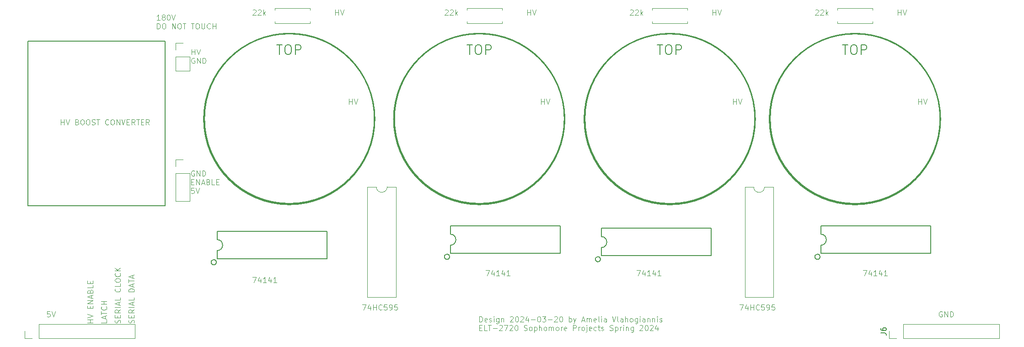
<source format=gto>
G04 #@! TF.GenerationSoftware,KiCad,Pcbnew,7.0.11+dfsg-1*
G04 #@! TF.CreationDate,2024-03-20T20:27:07-04:00*
G04 #@! TF.ProjectId,clock,636c6f63-6b2e-46b6-9963-61645f706362,rev?*
G04 #@! TF.SameCoordinates,Original*
G04 #@! TF.FileFunction,Legend,Top*
G04 #@! TF.FilePolarity,Positive*
%FSLAX46Y46*%
G04 Gerber Fmt 4.6, Leading zero omitted, Abs format (unit mm)*
G04 Created by KiCad (PCBNEW 7.0.11+dfsg-1) date 2024-03-20 20:27:07*
%MOMM*%
%LPD*%
G01*
G04 APERTURE LIST*
%ADD10C,0.150000*%
%ADD11C,0.100000*%
%ADD12C,0.152400*%
%ADD13C,0.120000*%
%ADD14C,0.254000*%
%ADD15C,0.203200*%
%ADD16C,0.127000*%
%ADD17C,0.025400*%
%ADD18C,2.540000*%
%ADD19R,1.700000X1.700000*%
%ADD20O,1.700000X1.700000*%
%ADD21C,4.998720*%
%ADD22C,2.397760*%
%ADD23R,1.600000X1.600000*%
%ADD24O,1.600000X1.600000*%
%ADD25C,1.600000*%
%ADD26C,1.625600*%
G04 APERTURE END LIST*
D10*
X48818800Y-54193200D02*
X74218800Y-54193200D01*
X74218800Y-84673200D01*
X48818800Y-84673200D01*
X48818800Y-54193200D01*
D11*
X180548646Y-103012419D02*
X181215312Y-103012419D01*
X181215312Y-103012419D02*
X180786741Y-104012419D01*
X182024836Y-103345752D02*
X182024836Y-104012419D01*
X181786741Y-102964800D02*
X181548646Y-103679085D01*
X181548646Y-103679085D02*
X182167693Y-103679085D01*
X182548646Y-104012419D02*
X182548646Y-103012419D01*
X182548646Y-103488609D02*
X183120074Y-103488609D01*
X183120074Y-104012419D02*
X183120074Y-103012419D01*
X184167693Y-103917180D02*
X184120074Y-103964800D01*
X184120074Y-103964800D02*
X183977217Y-104012419D01*
X183977217Y-104012419D02*
X183881979Y-104012419D01*
X183881979Y-104012419D02*
X183739122Y-103964800D01*
X183739122Y-103964800D02*
X183643884Y-103869561D01*
X183643884Y-103869561D02*
X183596265Y-103774323D01*
X183596265Y-103774323D02*
X183548646Y-103583847D01*
X183548646Y-103583847D02*
X183548646Y-103440990D01*
X183548646Y-103440990D02*
X183596265Y-103250514D01*
X183596265Y-103250514D02*
X183643884Y-103155276D01*
X183643884Y-103155276D02*
X183739122Y-103060038D01*
X183739122Y-103060038D02*
X183881979Y-103012419D01*
X183881979Y-103012419D02*
X183977217Y-103012419D01*
X183977217Y-103012419D02*
X184120074Y-103060038D01*
X184120074Y-103060038D02*
X184167693Y-103107657D01*
X185072455Y-103012419D02*
X184596265Y-103012419D01*
X184596265Y-103012419D02*
X184548646Y-103488609D01*
X184548646Y-103488609D02*
X184596265Y-103440990D01*
X184596265Y-103440990D02*
X184691503Y-103393371D01*
X184691503Y-103393371D02*
X184929598Y-103393371D01*
X184929598Y-103393371D02*
X185024836Y-103440990D01*
X185024836Y-103440990D02*
X185072455Y-103488609D01*
X185072455Y-103488609D02*
X185120074Y-103583847D01*
X185120074Y-103583847D02*
X185120074Y-103821942D01*
X185120074Y-103821942D02*
X185072455Y-103917180D01*
X185072455Y-103917180D02*
X185024836Y-103964800D01*
X185024836Y-103964800D02*
X184929598Y-104012419D01*
X184929598Y-104012419D02*
X184691503Y-104012419D01*
X184691503Y-104012419D02*
X184596265Y-103964800D01*
X184596265Y-103964800D02*
X184548646Y-103917180D01*
X185596265Y-104012419D02*
X185786741Y-104012419D01*
X185786741Y-104012419D02*
X185881979Y-103964800D01*
X185881979Y-103964800D02*
X185929598Y-103917180D01*
X185929598Y-103917180D02*
X186024836Y-103774323D01*
X186024836Y-103774323D02*
X186072455Y-103583847D01*
X186072455Y-103583847D02*
X186072455Y-103202895D01*
X186072455Y-103202895D02*
X186024836Y-103107657D01*
X186024836Y-103107657D02*
X185977217Y-103060038D01*
X185977217Y-103060038D02*
X185881979Y-103012419D01*
X185881979Y-103012419D02*
X185691503Y-103012419D01*
X185691503Y-103012419D02*
X185596265Y-103060038D01*
X185596265Y-103060038D02*
X185548646Y-103107657D01*
X185548646Y-103107657D02*
X185501027Y-103202895D01*
X185501027Y-103202895D02*
X185501027Y-103440990D01*
X185501027Y-103440990D02*
X185548646Y-103536228D01*
X185548646Y-103536228D02*
X185596265Y-103583847D01*
X185596265Y-103583847D02*
X185691503Y-103631466D01*
X185691503Y-103631466D02*
X185881979Y-103631466D01*
X185881979Y-103631466D02*
X185977217Y-103583847D01*
X185977217Y-103583847D02*
X186024836Y-103536228D01*
X186024836Y-103536228D02*
X186072455Y-103440990D01*
X186977217Y-103012419D02*
X186501027Y-103012419D01*
X186501027Y-103012419D02*
X186453408Y-103488609D01*
X186453408Y-103488609D02*
X186501027Y-103440990D01*
X186501027Y-103440990D02*
X186596265Y-103393371D01*
X186596265Y-103393371D02*
X186834360Y-103393371D01*
X186834360Y-103393371D02*
X186929598Y-103440990D01*
X186929598Y-103440990D02*
X186977217Y-103488609D01*
X186977217Y-103488609D02*
X187024836Y-103583847D01*
X187024836Y-103583847D02*
X187024836Y-103821942D01*
X187024836Y-103821942D02*
X186977217Y-103917180D01*
X186977217Y-103917180D02*
X186929598Y-103964800D01*
X186929598Y-103964800D02*
X186834360Y-104012419D01*
X186834360Y-104012419D02*
X186596265Y-104012419D01*
X186596265Y-104012419D02*
X186501027Y-103964800D01*
X186501027Y-103964800D02*
X186453408Y-103917180D01*
X133558646Y-96662419D02*
X134225312Y-96662419D01*
X134225312Y-96662419D02*
X133796741Y-97662419D01*
X135034836Y-96995752D02*
X135034836Y-97662419D01*
X134796741Y-96614800D02*
X134558646Y-97329085D01*
X134558646Y-97329085D02*
X135177693Y-97329085D01*
X136082455Y-97662419D02*
X135511027Y-97662419D01*
X135796741Y-97662419D02*
X135796741Y-96662419D01*
X135796741Y-96662419D02*
X135701503Y-96805276D01*
X135701503Y-96805276D02*
X135606265Y-96900514D01*
X135606265Y-96900514D02*
X135511027Y-96948133D01*
X136939598Y-96995752D02*
X136939598Y-97662419D01*
X136701503Y-96614800D02*
X136463408Y-97329085D01*
X136463408Y-97329085D02*
X137082455Y-97329085D01*
X137987217Y-97662419D02*
X137415789Y-97662419D01*
X137701503Y-97662419D02*
X137701503Y-96662419D01*
X137701503Y-96662419D02*
X137606265Y-96805276D01*
X137606265Y-96805276D02*
X137511027Y-96900514D01*
X137511027Y-96900514D02*
X137415789Y-96948133D01*
X90378646Y-97932419D02*
X91045312Y-97932419D01*
X91045312Y-97932419D02*
X90616741Y-98932419D01*
X91854836Y-98265752D02*
X91854836Y-98932419D01*
X91616741Y-97884800D02*
X91378646Y-98599085D01*
X91378646Y-98599085D02*
X91997693Y-98599085D01*
X92902455Y-98932419D02*
X92331027Y-98932419D01*
X92616741Y-98932419D02*
X92616741Y-97932419D01*
X92616741Y-97932419D02*
X92521503Y-98075276D01*
X92521503Y-98075276D02*
X92426265Y-98170514D01*
X92426265Y-98170514D02*
X92331027Y-98218133D01*
X93759598Y-98265752D02*
X93759598Y-98932419D01*
X93521503Y-97884800D02*
X93283408Y-98599085D01*
X93283408Y-98599085D02*
X93902455Y-98599085D01*
X94807217Y-98932419D02*
X94235789Y-98932419D01*
X94521503Y-98932419D02*
X94521503Y-97932419D01*
X94521503Y-97932419D02*
X94426265Y-98075276D01*
X94426265Y-98075276D02*
X94331027Y-98170514D01*
X94331027Y-98170514D02*
X94235789Y-98218133D01*
X60832419Y-106376115D02*
X59832419Y-106376115D01*
X60308609Y-106376115D02*
X60308609Y-105804687D01*
X60832419Y-105804687D02*
X59832419Y-105804687D01*
X59832419Y-105471353D02*
X60832419Y-105138020D01*
X60832419Y-105138020D02*
X59832419Y-104804687D01*
X60308609Y-103709448D02*
X60308609Y-103376115D01*
X60832419Y-103233258D02*
X60832419Y-103709448D01*
X60832419Y-103709448D02*
X59832419Y-103709448D01*
X59832419Y-103709448D02*
X59832419Y-103233258D01*
X60832419Y-102804686D02*
X59832419Y-102804686D01*
X59832419Y-102804686D02*
X60832419Y-102233258D01*
X60832419Y-102233258D02*
X59832419Y-102233258D01*
X60546704Y-101804686D02*
X60546704Y-101328496D01*
X60832419Y-101899924D02*
X59832419Y-101566591D01*
X59832419Y-101566591D02*
X60832419Y-101233258D01*
X60308609Y-100566591D02*
X60356228Y-100423734D01*
X60356228Y-100423734D02*
X60403847Y-100376115D01*
X60403847Y-100376115D02*
X60499085Y-100328496D01*
X60499085Y-100328496D02*
X60641942Y-100328496D01*
X60641942Y-100328496D02*
X60737180Y-100376115D01*
X60737180Y-100376115D02*
X60784800Y-100423734D01*
X60784800Y-100423734D02*
X60832419Y-100518972D01*
X60832419Y-100518972D02*
X60832419Y-100899924D01*
X60832419Y-100899924D02*
X59832419Y-100899924D01*
X59832419Y-100899924D02*
X59832419Y-100566591D01*
X59832419Y-100566591D02*
X59880038Y-100471353D01*
X59880038Y-100471353D02*
X59927657Y-100423734D01*
X59927657Y-100423734D02*
X60022895Y-100376115D01*
X60022895Y-100376115D02*
X60118133Y-100376115D01*
X60118133Y-100376115D02*
X60213371Y-100423734D01*
X60213371Y-100423734D02*
X60260990Y-100471353D01*
X60260990Y-100471353D02*
X60308609Y-100566591D01*
X60308609Y-100566591D02*
X60308609Y-100899924D01*
X60832419Y-99423734D02*
X60832419Y-99899924D01*
X60832419Y-99899924D02*
X59832419Y-99899924D01*
X60308609Y-99090400D02*
X60308609Y-98757067D01*
X60832419Y-98614210D02*
X60832419Y-99090400D01*
X60832419Y-99090400D02*
X59832419Y-99090400D01*
X59832419Y-99090400D02*
X59832419Y-98614210D01*
X217997693Y-104330038D02*
X217902455Y-104282419D01*
X217902455Y-104282419D02*
X217759598Y-104282419D01*
X217759598Y-104282419D02*
X217616741Y-104330038D01*
X217616741Y-104330038D02*
X217521503Y-104425276D01*
X217521503Y-104425276D02*
X217473884Y-104520514D01*
X217473884Y-104520514D02*
X217426265Y-104710990D01*
X217426265Y-104710990D02*
X217426265Y-104853847D01*
X217426265Y-104853847D02*
X217473884Y-105044323D01*
X217473884Y-105044323D02*
X217521503Y-105139561D01*
X217521503Y-105139561D02*
X217616741Y-105234800D01*
X217616741Y-105234800D02*
X217759598Y-105282419D01*
X217759598Y-105282419D02*
X217854836Y-105282419D01*
X217854836Y-105282419D02*
X217997693Y-105234800D01*
X217997693Y-105234800D02*
X218045312Y-105187180D01*
X218045312Y-105187180D02*
X218045312Y-104853847D01*
X218045312Y-104853847D02*
X217854836Y-104853847D01*
X218473884Y-105282419D02*
X218473884Y-104282419D01*
X218473884Y-104282419D02*
X219045312Y-105282419D01*
X219045312Y-105282419D02*
X219045312Y-104282419D01*
X219521503Y-105282419D02*
X219521503Y-104282419D01*
X219521503Y-104282419D02*
X219759598Y-104282419D01*
X219759598Y-104282419D02*
X219902455Y-104330038D01*
X219902455Y-104330038D02*
X219997693Y-104425276D01*
X219997693Y-104425276D02*
X220045312Y-104520514D01*
X220045312Y-104520514D02*
X220092931Y-104710990D01*
X220092931Y-104710990D02*
X220092931Y-104853847D01*
X220092931Y-104853847D02*
X220045312Y-105044323D01*
X220045312Y-105044323D02*
X219997693Y-105139561D01*
X219997693Y-105139561D02*
X219902455Y-105234800D01*
X219902455Y-105234800D02*
X219759598Y-105282419D01*
X219759598Y-105282419D02*
X219521503Y-105282419D01*
X110698646Y-103012419D02*
X111365312Y-103012419D01*
X111365312Y-103012419D02*
X110936741Y-104012419D01*
X112174836Y-103345752D02*
X112174836Y-104012419D01*
X111936741Y-102964800D02*
X111698646Y-103679085D01*
X111698646Y-103679085D02*
X112317693Y-103679085D01*
X112698646Y-104012419D02*
X112698646Y-103012419D01*
X112698646Y-103488609D02*
X113270074Y-103488609D01*
X113270074Y-104012419D02*
X113270074Y-103012419D01*
X114317693Y-103917180D02*
X114270074Y-103964800D01*
X114270074Y-103964800D02*
X114127217Y-104012419D01*
X114127217Y-104012419D02*
X114031979Y-104012419D01*
X114031979Y-104012419D02*
X113889122Y-103964800D01*
X113889122Y-103964800D02*
X113793884Y-103869561D01*
X113793884Y-103869561D02*
X113746265Y-103774323D01*
X113746265Y-103774323D02*
X113698646Y-103583847D01*
X113698646Y-103583847D02*
X113698646Y-103440990D01*
X113698646Y-103440990D02*
X113746265Y-103250514D01*
X113746265Y-103250514D02*
X113793884Y-103155276D01*
X113793884Y-103155276D02*
X113889122Y-103060038D01*
X113889122Y-103060038D02*
X114031979Y-103012419D01*
X114031979Y-103012419D02*
X114127217Y-103012419D01*
X114127217Y-103012419D02*
X114270074Y-103060038D01*
X114270074Y-103060038D02*
X114317693Y-103107657D01*
X115222455Y-103012419D02*
X114746265Y-103012419D01*
X114746265Y-103012419D02*
X114698646Y-103488609D01*
X114698646Y-103488609D02*
X114746265Y-103440990D01*
X114746265Y-103440990D02*
X114841503Y-103393371D01*
X114841503Y-103393371D02*
X115079598Y-103393371D01*
X115079598Y-103393371D02*
X115174836Y-103440990D01*
X115174836Y-103440990D02*
X115222455Y-103488609D01*
X115222455Y-103488609D02*
X115270074Y-103583847D01*
X115270074Y-103583847D02*
X115270074Y-103821942D01*
X115270074Y-103821942D02*
X115222455Y-103917180D01*
X115222455Y-103917180D02*
X115174836Y-103964800D01*
X115174836Y-103964800D02*
X115079598Y-104012419D01*
X115079598Y-104012419D02*
X114841503Y-104012419D01*
X114841503Y-104012419D02*
X114746265Y-103964800D01*
X114746265Y-103964800D02*
X114698646Y-103917180D01*
X115746265Y-104012419D02*
X115936741Y-104012419D01*
X115936741Y-104012419D02*
X116031979Y-103964800D01*
X116031979Y-103964800D02*
X116079598Y-103917180D01*
X116079598Y-103917180D02*
X116174836Y-103774323D01*
X116174836Y-103774323D02*
X116222455Y-103583847D01*
X116222455Y-103583847D02*
X116222455Y-103202895D01*
X116222455Y-103202895D02*
X116174836Y-103107657D01*
X116174836Y-103107657D02*
X116127217Y-103060038D01*
X116127217Y-103060038D02*
X116031979Y-103012419D01*
X116031979Y-103012419D02*
X115841503Y-103012419D01*
X115841503Y-103012419D02*
X115746265Y-103060038D01*
X115746265Y-103060038D02*
X115698646Y-103107657D01*
X115698646Y-103107657D02*
X115651027Y-103202895D01*
X115651027Y-103202895D02*
X115651027Y-103440990D01*
X115651027Y-103440990D02*
X115698646Y-103536228D01*
X115698646Y-103536228D02*
X115746265Y-103583847D01*
X115746265Y-103583847D02*
X115841503Y-103631466D01*
X115841503Y-103631466D02*
X116031979Y-103631466D01*
X116031979Y-103631466D02*
X116127217Y-103583847D01*
X116127217Y-103583847D02*
X116174836Y-103536228D01*
X116174836Y-103536228D02*
X116222455Y-103440990D01*
X117127217Y-103012419D02*
X116651027Y-103012419D01*
X116651027Y-103012419D02*
X116603408Y-103488609D01*
X116603408Y-103488609D02*
X116651027Y-103440990D01*
X116651027Y-103440990D02*
X116746265Y-103393371D01*
X116746265Y-103393371D02*
X116984360Y-103393371D01*
X116984360Y-103393371D02*
X117079598Y-103440990D01*
X117079598Y-103440990D02*
X117127217Y-103488609D01*
X117127217Y-103488609D02*
X117174836Y-103583847D01*
X117174836Y-103583847D02*
X117174836Y-103821942D01*
X117174836Y-103821942D02*
X117127217Y-103917180D01*
X117127217Y-103917180D02*
X117079598Y-103964800D01*
X117079598Y-103964800D02*
X116984360Y-104012419D01*
X116984360Y-104012419D02*
X116746265Y-104012419D01*
X116746265Y-104012419D02*
X116651027Y-103964800D01*
X116651027Y-103964800D02*
X116603408Y-103917180D01*
X194566265Y-48497657D02*
X194613884Y-48450038D01*
X194613884Y-48450038D02*
X194709122Y-48402419D01*
X194709122Y-48402419D02*
X194947217Y-48402419D01*
X194947217Y-48402419D02*
X195042455Y-48450038D01*
X195042455Y-48450038D02*
X195090074Y-48497657D01*
X195090074Y-48497657D02*
X195137693Y-48592895D01*
X195137693Y-48592895D02*
X195137693Y-48688133D01*
X195137693Y-48688133D02*
X195090074Y-48830990D01*
X195090074Y-48830990D02*
X194518646Y-49402419D01*
X194518646Y-49402419D02*
X195137693Y-49402419D01*
X195518646Y-48497657D02*
X195566265Y-48450038D01*
X195566265Y-48450038D02*
X195661503Y-48402419D01*
X195661503Y-48402419D02*
X195899598Y-48402419D01*
X195899598Y-48402419D02*
X195994836Y-48450038D01*
X195994836Y-48450038D02*
X196042455Y-48497657D01*
X196042455Y-48497657D02*
X196090074Y-48592895D01*
X196090074Y-48592895D02*
X196090074Y-48688133D01*
X196090074Y-48688133D02*
X196042455Y-48830990D01*
X196042455Y-48830990D02*
X195471027Y-49402419D01*
X195471027Y-49402419D02*
X196090074Y-49402419D01*
X196518646Y-49402419D02*
X196518646Y-48402419D01*
X196613884Y-49021466D02*
X196899598Y-49402419D01*
X196899598Y-48735752D02*
X196518646Y-49116704D01*
X65864800Y-106423734D02*
X65912419Y-106280877D01*
X65912419Y-106280877D02*
X65912419Y-106042782D01*
X65912419Y-106042782D02*
X65864800Y-105947544D01*
X65864800Y-105947544D02*
X65817180Y-105899925D01*
X65817180Y-105899925D02*
X65721942Y-105852306D01*
X65721942Y-105852306D02*
X65626704Y-105852306D01*
X65626704Y-105852306D02*
X65531466Y-105899925D01*
X65531466Y-105899925D02*
X65483847Y-105947544D01*
X65483847Y-105947544D02*
X65436228Y-106042782D01*
X65436228Y-106042782D02*
X65388609Y-106233258D01*
X65388609Y-106233258D02*
X65340990Y-106328496D01*
X65340990Y-106328496D02*
X65293371Y-106376115D01*
X65293371Y-106376115D02*
X65198133Y-106423734D01*
X65198133Y-106423734D02*
X65102895Y-106423734D01*
X65102895Y-106423734D02*
X65007657Y-106376115D01*
X65007657Y-106376115D02*
X64960038Y-106328496D01*
X64960038Y-106328496D02*
X64912419Y-106233258D01*
X64912419Y-106233258D02*
X64912419Y-105995163D01*
X64912419Y-105995163D02*
X64960038Y-105852306D01*
X65388609Y-105423734D02*
X65388609Y-105090401D01*
X65912419Y-104947544D02*
X65912419Y-105423734D01*
X65912419Y-105423734D02*
X64912419Y-105423734D01*
X64912419Y-105423734D02*
X64912419Y-104947544D01*
X65912419Y-103947544D02*
X65436228Y-104280877D01*
X65912419Y-104518972D02*
X64912419Y-104518972D01*
X64912419Y-104518972D02*
X64912419Y-104138020D01*
X64912419Y-104138020D02*
X64960038Y-104042782D01*
X64960038Y-104042782D02*
X65007657Y-103995163D01*
X65007657Y-103995163D02*
X65102895Y-103947544D01*
X65102895Y-103947544D02*
X65245752Y-103947544D01*
X65245752Y-103947544D02*
X65340990Y-103995163D01*
X65340990Y-103995163D02*
X65388609Y-104042782D01*
X65388609Y-104042782D02*
X65436228Y-104138020D01*
X65436228Y-104138020D02*
X65436228Y-104518972D01*
X65912419Y-103518972D02*
X64912419Y-103518972D01*
X65626704Y-103090401D02*
X65626704Y-102614211D01*
X65912419Y-103185639D02*
X64912419Y-102852306D01*
X64912419Y-102852306D02*
X65912419Y-102518973D01*
X65912419Y-101709449D02*
X65912419Y-102185639D01*
X65912419Y-102185639D02*
X64912419Y-102185639D01*
X65817180Y-100042782D02*
X65864800Y-100090401D01*
X65864800Y-100090401D02*
X65912419Y-100233258D01*
X65912419Y-100233258D02*
X65912419Y-100328496D01*
X65912419Y-100328496D02*
X65864800Y-100471353D01*
X65864800Y-100471353D02*
X65769561Y-100566591D01*
X65769561Y-100566591D02*
X65674323Y-100614210D01*
X65674323Y-100614210D02*
X65483847Y-100661829D01*
X65483847Y-100661829D02*
X65340990Y-100661829D01*
X65340990Y-100661829D02*
X65150514Y-100614210D01*
X65150514Y-100614210D02*
X65055276Y-100566591D01*
X65055276Y-100566591D02*
X64960038Y-100471353D01*
X64960038Y-100471353D02*
X64912419Y-100328496D01*
X64912419Y-100328496D02*
X64912419Y-100233258D01*
X64912419Y-100233258D02*
X64960038Y-100090401D01*
X64960038Y-100090401D02*
X65007657Y-100042782D01*
X65912419Y-99138020D02*
X65912419Y-99614210D01*
X65912419Y-99614210D02*
X64912419Y-99614210D01*
X64912419Y-98614210D02*
X64912419Y-98423734D01*
X64912419Y-98423734D02*
X64960038Y-98328496D01*
X64960038Y-98328496D02*
X65055276Y-98233258D01*
X65055276Y-98233258D02*
X65245752Y-98185639D01*
X65245752Y-98185639D02*
X65579085Y-98185639D01*
X65579085Y-98185639D02*
X65769561Y-98233258D01*
X65769561Y-98233258D02*
X65864800Y-98328496D01*
X65864800Y-98328496D02*
X65912419Y-98423734D01*
X65912419Y-98423734D02*
X65912419Y-98614210D01*
X65912419Y-98614210D02*
X65864800Y-98709448D01*
X65864800Y-98709448D02*
X65769561Y-98804686D01*
X65769561Y-98804686D02*
X65579085Y-98852305D01*
X65579085Y-98852305D02*
X65245752Y-98852305D01*
X65245752Y-98852305D02*
X65055276Y-98804686D01*
X65055276Y-98804686D02*
X64960038Y-98709448D01*
X64960038Y-98709448D02*
X64912419Y-98614210D01*
X65817180Y-97185639D02*
X65864800Y-97233258D01*
X65864800Y-97233258D02*
X65912419Y-97376115D01*
X65912419Y-97376115D02*
X65912419Y-97471353D01*
X65912419Y-97471353D02*
X65864800Y-97614210D01*
X65864800Y-97614210D02*
X65769561Y-97709448D01*
X65769561Y-97709448D02*
X65674323Y-97757067D01*
X65674323Y-97757067D02*
X65483847Y-97804686D01*
X65483847Y-97804686D02*
X65340990Y-97804686D01*
X65340990Y-97804686D02*
X65150514Y-97757067D01*
X65150514Y-97757067D02*
X65055276Y-97709448D01*
X65055276Y-97709448D02*
X64960038Y-97614210D01*
X64960038Y-97614210D02*
X64912419Y-97471353D01*
X64912419Y-97471353D02*
X64912419Y-97376115D01*
X64912419Y-97376115D02*
X64960038Y-97233258D01*
X64960038Y-97233258D02*
X65007657Y-97185639D01*
X65912419Y-96757067D02*
X64912419Y-96757067D01*
X65912419Y-96185639D02*
X65340990Y-96614210D01*
X64912419Y-96185639D02*
X65483847Y-96757067D01*
X79103884Y-56712419D02*
X79103884Y-55712419D01*
X79103884Y-56188609D02*
X79675312Y-56188609D01*
X79675312Y-56712419D02*
X79675312Y-55712419D01*
X80008646Y-55712419D02*
X80341979Y-56712419D01*
X80341979Y-56712419D02*
X80675312Y-55712419D01*
X79627693Y-57370038D02*
X79532455Y-57322419D01*
X79532455Y-57322419D02*
X79389598Y-57322419D01*
X79389598Y-57322419D02*
X79246741Y-57370038D01*
X79246741Y-57370038D02*
X79151503Y-57465276D01*
X79151503Y-57465276D02*
X79103884Y-57560514D01*
X79103884Y-57560514D02*
X79056265Y-57750990D01*
X79056265Y-57750990D02*
X79056265Y-57893847D01*
X79056265Y-57893847D02*
X79103884Y-58084323D01*
X79103884Y-58084323D02*
X79151503Y-58179561D01*
X79151503Y-58179561D02*
X79246741Y-58274800D01*
X79246741Y-58274800D02*
X79389598Y-58322419D01*
X79389598Y-58322419D02*
X79484836Y-58322419D01*
X79484836Y-58322419D02*
X79627693Y-58274800D01*
X79627693Y-58274800D02*
X79675312Y-58227180D01*
X79675312Y-58227180D02*
X79675312Y-57893847D01*
X79675312Y-57893847D02*
X79484836Y-57893847D01*
X80103884Y-58322419D02*
X80103884Y-57322419D01*
X80103884Y-57322419D02*
X80675312Y-58322419D01*
X80675312Y-58322419D02*
X80675312Y-57322419D01*
X81151503Y-58322419D02*
X81151503Y-57322419D01*
X81151503Y-57322419D02*
X81389598Y-57322419D01*
X81389598Y-57322419D02*
X81532455Y-57370038D01*
X81532455Y-57370038D02*
X81627693Y-57465276D01*
X81627693Y-57465276D02*
X81675312Y-57560514D01*
X81675312Y-57560514D02*
X81722931Y-57750990D01*
X81722931Y-57750990D02*
X81722931Y-57893847D01*
X81722931Y-57893847D02*
X81675312Y-58084323D01*
X81675312Y-58084323D02*
X81627693Y-58179561D01*
X81627693Y-58179561D02*
X81532455Y-58274800D01*
X81532455Y-58274800D02*
X81389598Y-58322419D01*
X81389598Y-58322419D02*
X81151503Y-58322419D01*
X143813884Y-65912419D02*
X143813884Y-64912419D01*
X143813884Y-65388609D02*
X144385312Y-65388609D01*
X144385312Y-65912419D02*
X144385312Y-64912419D01*
X144718646Y-64912419D02*
X145051979Y-65912419D01*
X145051979Y-65912419D02*
X145385312Y-64912419D01*
X175563884Y-49402419D02*
X175563884Y-48402419D01*
X175563884Y-48878609D02*
X176135312Y-48878609D01*
X176135312Y-49402419D02*
X176135312Y-48402419D01*
X176468646Y-48402419D02*
X176801979Y-49402419D01*
X176801979Y-49402419D02*
X177135312Y-48402419D01*
X73217693Y-50332419D02*
X72646265Y-50332419D01*
X72931979Y-50332419D02*
X72931979Y-49332419D01*
X72931979Y-49332419D02*
X72836741Y-49475276D01*
X72836741Y-49475276D02*
X72741503Y-49570514D01*
X72741503Y-49570514D02*
X72646265Y-49618133D01*
X73789122Y-49760990D02*
X73693884Y-49713371D01*
X73693884Y-49713371D02*
X73646265Y-49665752D01*
X73646265Y-49665752D02*
X73598646Y-49570514D01*
X73598646Y-49570514D02*
X73598646Y-49522895D01*
X73598646Y-49522895D02*
X73646265Y-49427657D01*
X73646265Y-49427657D02*
X73693884Y-49380038D01*
X73693884Y-49380038D02*
X73789122Y-49332419D01*
X73789122Y-49332419D02*
X73979598Y-49332419D01*
X73979598Y-49332419D02*
X74074836Y-49380038D01*
X74074836Y-49380038D02*
X74122455Y-49427657D01*
X74122455Y-49427657D02*
X74170074Y-49522895D01*
X74170074Y-49522895D02*
X74170074Y-49570514D01*
X74170074Y-49570514D02*
X74122455Y-49665752D01*
X74122455Y-49665752D02*
X74074836Y-49713371D01*
X74074836Y-49713371D02*
X73979598Y-49760990D01*
X73979598Y-49760990D02*
X73789122Y-49760990D01*
X73789122Y-49760990D02*
X73693884Y-49808609D01*
X73693884Y-49808609D02*
X73646265Y-49856228D01*
X73646265Y-49856228D02*
X73598646Y-49951466D01*
X73598646Y-49951466D02*
X73598646Y-50141942D01*
X73598646Y-50141942D02*
X73646265Y-50237180D01*
X73646265Y-50237180D02*
X73693884Y-50284800D01*
X73693884Y-50284800D02*
X73789122Y-50332419D01*
X73789122Y-50332419D02*
X73979598Y-50332419D01*
X73979598Y-50332419D02*
X74074836Y-50284800D01*
X74074836Y-50284800D02*
X74122455Y-50237180D01*
X74122455Y-50237180D02*
X74170074Y-50141942D01*
X74170074Y-50141942D02*
X74170074Y-49951466D01*
X74170074Y-49951466D02*
X74122455Y-49856228D01*
X74122455Y-49856228D02*
X74074836Y-49808609D01*
X74074836Y-49808609D02*
X73979598Y-49760990D01*
X74789122Y-49332419D02*
X74884360Y-49332419D01*
X74884360Y-49332419D02*
X74979598Y-49380038D01*
X74979598Y-49380038D02*
X75027217Y-49427657D01*
X75027217Y-49427657D02*
X75074836Y-49522895D01*
X75074836Y-49522895D02*
X75122455Y-49713371D01*
X75122455Y-49713371D02*
X75122455Y-49951466D01*
X75122455Y-49951466D02*
X75074836Y-50141942D01*
X75074836Y-50141942D02*
X75027217Y-50237180D01*
X75027217Y-50237180D02*
X74979598Y-50284800D01*
X74979598Y-50284800D02*
X74884360Y-50332419D01*
X74884360Y-50332419D02*
X74789122Y-50332419D01*
X74789122Y-50332419D02*
X74693884Y-50284800D01*
X74693884Y-50284800D02*
X74646265Y-50237180D01*
X74646265Y-50237180D02*
X74598646Y-50141942D01*
X74598646Y-50141942D02*
X74551027Y-49951466D01*
X74551027Y-49951466D02*
X74551027Y-49713371D01*
X74551027Y-49713371D02*
X74598646Y-49522895D01*
X74598646Y-49522895D02*
X74646265Y-49427657D01*
X74646265Y-49427657D02*
X74693884Y-49380038D01*
X74693884Y-49380038D02*
X74789122Y-49332419D01*
X75408170Y-49332419D02*
X75741503Y-50332419D01*
X75741503Y-50332419D02*
X76074836Y-49332419D01*
X72693884Y-51942419D02*
X72693884Y-50942419D01*
X72693884Y-50942419D02*
X72931979Y-50942419D01*
X72931979Y-50942419D02*
X73074836Y-50990038D01*
X73074836Y-50990038D02*
X73170074Y-51085276D01*
X73170074Y-51085276D02*
X73217693Y-51180514D01*
X73217693Y-51180514D02*
X73265312Y-51370990D01*
X73265312Y-51370990D02*
X73265312Y-51513847D01*
X73265312Y-51513847D02*
X73217693Y-51704323D01*
X73217693Y-51704323D02*
X73170074Y-51799561D01*
X73170074Y-51799561D02*
X73074836Y-51894800D01*
X73074836Y-51894800D02*
X72931979Y-51942419D01*
X72931979Y-51942419D02*
X72693884Y-51942419D01*
X73884360Y-50942419D02*
X74074836Y-50942419D01*
X74074836Y-50942419D02*
X74170074Y-50990038D01*
X74170074Y-50990038D02*
X74265312Y-51085276D01*
X74265312Y-51085276D02*
X74312931Y-51275752D01*
X74312931Y-51275752D02*
X74312931Y-51609085D01*
X74312931Y-51609085D02*
X74265312Y-51799561D01*
X74265312Y-51799561D02*
X74170074Y-51894800D01*
X74170074Y-51894800D02*
X74074836Y-51942419D01*
X74074836Y-51942419D02*
X73884360Y-51942419D01*
X73884360Y-51942419D02*
X73789122Y-51894800D01*
X73789122Y-51894800D02*
X73693884Y-51799561D01*
X73693884Y-51799561D02*
X73646265Y-51609085D01*
X73646265Y-51609085D02*
X73646265Y-51275752D01*
X73646265Y-51275752D02*
X73693884Y-51085276D01*
X73693884Y-51085276D02*
X73789122Y-50990038D01*
X73789122Y-50990038D02*
X73884360Y-50942419D01*
X75503408Y-51942419D02*
X75503408Y-50942419D01*
X75503408Y-50942419D02*
X76074836Y-51942419D01*
X76074836Y-51942419D02*
X76074836Y-50942419D01*
X76741503Y-50942419D02*
X76931979Y-50942419D01*
X76931979Y-50942419D02*
X77027217Y-50990038D01*
X77027217Y-50990038D02*
X77122455Y-51085276D01*
X77122455Y-51085276D02*
X77170074Y-51275752D01*
X77170074Y-51275752D02*
X77170074Y-51609085D01*
X77170074Y-51609085D02*
X77122455Y-51799561D01*
X77122455Y-51799561D02*
X77027217Y-51894800D01*
X77027217Y-51894800D02*
X76931979Y-51942419D01*
X76931979Y-51942419D02*
X76741503Y-51942419D01*
X76741503Y-51942419D02*
X76646265Y-51894800D01*
X76646265Y-51894800D02*
X76551027Y-51799561D01*
X76551027Y-51799561D02*
X76503408Y-51609085D01*
X76503408Y-51609085D02*
X76503408Y-51275752D01*
X76503408Y-51275752D02*
X76551027Y-51085276D01*
X76551027Y-51085276D02*
X76646265Y-50990038D01*
X76646265Y-50990038D02*
X76741503Y-50942419D01*
X77455789Y-50942419D02*
X78027217Y-50942419D01*
X77741503Y-51942419D02*
X77741503Y-50942419D01*
X78979599Y-50942419D02*
X79551027Y-50942419D01*
X79265313Y-51942419D02*
X79265313Y-50942419D01*
X80074837Y-50942419D02*
X80265313Y-50942419D01*
X80265313Y-50942419D02*
X80360551Y-50990038D01*
X80360551Y-50990038D02*
X80455789Y-51085276D01*
X80455789Y-51085276D02*
X80503408Y-51275752D01*
X80503408Y-51275752D02*
X80503408Y-51609085D01*
X80503408Y-51609085D02*
X80455789Y-51799561D01*
X80455789Y-51799561D02*
X80360551Y-51894800D01*
X80360551Y-51894800D02*
X80265313Y-51942419D01*
X80265313Y-51942419D02*
X80074837Y-51942419D01*
X80074837Y-51942419D02*
X79979599Y-51894800D01*
X79979599Y-51894800D02*
X79884361Y-51799561D01*
X79884361Y-51799561D02*
X79836742Y-51609085D01*
X79836742Y-51609085D02*
X79836742Y-51275752D01*
X79836742Y-51275752D02*
X79884361Y-51085276D01*
X79884361Y-51085276D02*
X79979599Y-50990038D01*
X79979599Y-50990038D02*
X80074837Y-50942419D01*
X80931980Y-50942419D02*
X80931980Y-51751942D01*
X80931980Y-51751942D02*
X80979599Y-51847180D01*
X80979599Y-51847180D02*
X81027218Y-51894800D01*
X81027218Y-51894800D02*
X81122456Y-51942419D01*
X81122456Y-51942419D02*
X81312932Y-51942419D01*
X81312932Y-51942419D02*
X81408170Y-51894800D01*
X81408170Y-51894800D02*
X81455789Y-51847180D01*
X81455789Y-51847180D02*
X81503408Y-51751942D01*
X81503408Y-51751942D02*
X81503408Y-50942419D01*
X82551027Y-51847180D02*
X82503408Y-51894800D01*
X82503408Y-51894800D02*
X82360551Y-51942419D01*
X82360551Y-51942419D02*
X82265313Y-51942419D01*
X82265313Y-51942419D02*
X82122456Y-51894800D01*
X82122456Y-51894800D02*
X82027218Y-51799561D01*
X82027218Y-51799561D02*
X81979599Y-51704323D01*
X81979599Y-51704323D02*
X81931980Y-51513847D01*
X81931980Y-51513847D02*
X81931980Y-51370990D01*
X81931980Y-51370990D02*
X81979599Y-51180514D01*
X81979599Y-51180514D02*
X82027218Y-51085276D01*
X82027218Y-51085276D02*
X82122456Y-50990038D01*
X82122456Y-50990038D02*
X82265313Y-50942419D01*
X82265313Y-50942419D02*
X82360551Y-50942419D01*
X82360551Y-50942419D02*
X82503408Y-50990038D01*
X82503408Y-50990038D02*
X82551027Y-51037657D01*
X82979599Y-51942419D02*
X82979599Y-50942419D01*
X82979599Y-51418609D02*
X83551027Y-51418609D01*
X83551027Y-51942419D02*
X83551027Y-50942419D01*
X63372419Y-105899925D02*
X63372419Y-106376115D01*
X63372419Y-106376115D02*
X62372419Y-106376115D01*
X63086704Y-105614210D02*
X63086704Y-105138020D01*
X63372419Y-105709448D02*
X62372419Y-105376115D01*
X62372419Y-105376115D02*
X63372419Y-105042782D01*
X62372419Y-104852305D02*
X62372419Y-104280877D01*
X63372419Y-104566591D02*
X62372419Y-104566591D01*
X63277180Y-103376115D02*
X63324800Y-103423734D01*
X63324800Y-103423734D02*
X63372419Y-103566591D01*
X63372419Y-103566591D02*
X63372419Y-103661829D01*
X63372419Y-103661829D02*
X63324800Y-103804686D01*
X63324800Y-103804686D02*
X63229561Y-103899924D01*
X63229561Y-103899924D02*
X63134323Y-103947543D01*
X63134323Y-103947543D02*
X62943847Y-103995162D01*
X62943847Y-103995162D02*
X62800990Y-103995162D01*
X62800990Y-103995162D02*
X62610514Y-103947543D01*
X62610514Y-103947543D02*
X62515276Y-103899924D01*
X62515276Y-103899924D02*
X62420038Y-103804686D01*
X62420038Y-103804686D02*
X62372419Y-103661829D01*
X62372419Y-103661829D02*
X62372419Y-103566591D01*
X62372419Y-103566591D02*
X62420038Y-103423734D01*
X62420038Y-103423734D02*
X62467657Y-103376115D01*
X63372419Y-102947543D02*
X62372419Y-102947543D01*
X62848609Y-102947543D02*
X62848609Y-102376115D01*
X63372419Y-102376115D02*
X62372419Y-102376115D01*
X141273884Y-49402419D02*
X141273884Y-48402419D01*
X141273884Y-48878609D02*
X141845312Y-48878609D01*
X141845312Y-49402419D02*
X141845312Y-48402419D01*
X142178646Y-48402419D02*
X142511979Y-49402419D01*
X142511979Y-49402419D02*
X142845312Y-48402419D01*
X213663884Y-65912419D02*
X213663884Y-64912419D01*
X213663884Y-65388609D02*
X214235312Y-65388609D01*
X214235312Y-65912419D02*
X214235312Y-64912419D01*
X214568646Y-64912419D02*
X214901979Y-65912419D01*
X214901979Y-65912419D02*
X215235312Y-64912419D01*
X52850074Y-104282419D02*
X52373884Y-104282419D01*
X52373884Y-104282419D02*
X52326265Y-104758609D01*
X52326265Y-104758609D02*
X52373884Y-104710990D01*
X52373884Y-104710990D02*
X52469122Y-104663371D01*
X52469122Y-104663371D02*
X52707217Y-104663371D01*
X52707217Y-104663371D02*
X52802455Y-104710990D01*
X52802455Y-104710990D02*
X52850074Y-104758609D01*
X52850074Y-104758609D02*
X52897693Y-104853847D01*
X52897693Y-104853847D02*
X52897693Y-105091942D01*
X52897693Y-105091942D02*
X52850074Y-105187180D01*
X52850074Y-105187180D02*
X52802455Y-105234800D01*
X52802455Y-105234800D02*
X52707217Y-105282419D01*
X52707217Y-105282419D02*
X52469122Y-105282419D01*
X52469122Y-105282419D02*
X52373884Y-105234800D01*
X52373884Y-105234800D02*
X52326265Y-105187180D01*
X53183408Y-104282419D02*
X53516741Y-105282419D01*
X53516741Y-105282419D02*
X53850074Y-104282419D01*
X125986265Y-48497657D02*
X126033884Y-48450038D01*
X126033884Y-48450038D02*
X126129122Y-48402419D01*
X126129122Y-48402419D02*
X126367217Y-48402419D01*
X126367217Y-48402419D02*
X126462455Y-48450038D01*
X126462455Y-48450038D02*
X126510074Y-48497657D01*
X126510074Y-48497657D02*
X126557693Y-48592895D01*
X126557693Y-48592895D02*
X126557693Y-48688133D01*
X126557693Y-48688133D02*
X126510074Y-48830990D01*
X126510074Y-48830990D02*
X125938646Y-49402419D01*
X125938646Y-49402419D02*
X126557693Y-49402419D01*
X126938646Y-48497657D02*
X126986265Y-48450038D01*
X126986265Y-48450038D02*
X127081503Y-48402419D01*
X127081503Y-48402419D02*
X127319598Y-48402419D01*
X127319598Y-48402419D02*
X127414836Y-48450038D01*
X127414836Y-48450038D02*
X127462455Y-48497657D01*
X127462455Y-48497657D02*
X127510074Y-48592895D01*
X127510074Y-48592895D02*
X127510074Y-48688133D01*
X127510074Y-48688133D02*
X127462455Y-48830990D01*
X127462455Y-48830990D02*
X126891027Y-49402419D01*
X126891027Y-49402419D02*
X127510074Y-49402419D01*
X127938646Y-49402419D02*
X127938646Y-48402419D01*
X128033884Y-49021466D02*
X128319598Y-49402419D01*
X128319598Y-48735752D02*
X127938646Y-49116704D01*
X90426265Y-48497657D02*
X90473884Y-48450038D01*
X90473884Y-48450038D02*
X90569122Y-48402419D01*
X90569122Y-48402419D02*
X90807217Y-48402419D01*
X90807217Y-48402419D02*
X90902455Y-48450038D01*
X90902455Y-48450038D02*
X90950074Y-48497657D01*
X90950074Y-48497657D02*
X90997693Y-48592895D01*
X90997693Y-48592895D02*
X90997693Y-48688133D01*
X90997693Y-48688133D02*
X90950074Y-48830990D01*
X90950074Y-48830990D02*
X90378646Y-49402419D01*
X90378646Y-49402419D02*
X90997693Y-49402419D01*
X91378646Y-48497657D02*
X91426265Y-48450038D01*
X91426265Y-48450038D02*
X91521503Y-48402419D01*
X91521503Y-48402419D02*
X91759598Y-48402419D01*
X91759598Y-48402419D02*
X91854836Y-48450038D01*
X91854836Y-48450038D02*
X91902455Y-48497657D01*
X91902455Y-48497657D02*
X91950074Y-48592895D01*
X91950074Y-48592895D02*
X91950074Y-48688133D01*
X91950074Y-48688133D02*
X91902455Y-48830990D01*
X91902455Y-48830990D02*
X91331027Y-49402419D01*
X91331027Y-49402419D02*
X91950074Y-49402419D01*
X92378646Y-49402419D02*
X92378646Y-48402419D01*
X92473884Y-49021466D02*
X92759598Y-49402419D01*
X92759598Y-48735752D02*
X92378646Y-49116704D01*
X209853884Y-49402419D02*
X209853884Y-48402419D01*
X209853884Y-48878609D02*
X210425312Y-48878609D01*
X210425312Y-49402419D02*
X210425312Y-48402419D01*
X210758646Y-48402419D02*
X211091979Y-49402419D01*
X211091979Y-49402419D02*
X211425312Y-48402419D01*
X179373884Y-65912419D02*
X179373884Y-64912419D01*
X179373884Y-65388609D02*
X179945312Y-65388609D01*
X179945312Y-65912419D02*
X179945312Y-64912419D01*
X180278646Y-64912419D02*
X180611979Y-65912419D01*
X180611979Y-65912419D02*
X180945312Y-64912419D01*
X132383884Y-106212419D02*
X132383884Y-105212419D01*
X132383884Y-105212419D02*
X132621979Y-105212419D01*
X132621979Y-105212419D02*
X132764836Y-105260038D01*
X132764836Y-105260038D02*
X132860074Y-105355276D01*
X132860074Y-105355276D02*
X132907693Y-105450514D01*
X132907693Y-105450514D02*
X132955312Y-105640990D01*
X132955312Y-105640990D02*
X132955312Y-105783847D01*
X132955312Y-105783847D02*
X132907693Y-105974323D01*
X132907693Y-105974323D02*
X132860074Y-106069561D01*
X132860074Y-106069561D02*
X132764836Y-106164800D01*
X132764836Y-106164800D02*
X132621979Y-106212419D01*
X132621979Y-106212419D02*
X132383884Y-106212419D01*
X133764836Y-106164800D02*
X133669598Y-106212419D01*
X133669598Y-106212419D02*
X133479122Y-106212419D01*
X133479122Y-106212419D02*
X133383884Y-106164800D01*
X133383884Y-106164800D02*
X133336265Y-106069561D01*
X133336265Y-106069561D02*
X133336265Y-105688609D01*
X133336265Y-105688609D02*
X133383884Y-105593371D01*
X133383884Y-105593371D02*
X133479122Y-105545752D01*
X133479122Y-105545752D02*
X133669598Y-105545752D01*
X133669598Y-105545752D02*
X133764836Y-105593371D01*
X133764836Y-105593371D02*
X133812455Y-105688609D01*
X133812455Y-105688609D02*
X133812455Y-105783847D01*
X133812455Y-105783847D02*
X133336265Y-105879085D01*
X134193408Y-106164800D02*
X134288646Y-106212419D01*
X134288646Y-106212419D02*
X134479122Y-106212419D01*
X134479122Y-106212419D02*
X134574360Y-106164800D01*
X134574360Y-106164800D02*
X134621979Y-106069561D01*
X134621979Y-106069561D02*
X134621979Y-106021942D01*
X134621979Y-106021942D02*
X134574360Y-105926704D01*
X134574360Y-105926704D02*
X134479122Y-105879085D01*
X134479122Y-105879085D02*
X134336265Y-105879085D01*
X134336265Y-105879085D02*
X134241027Y-105831466D01*
X134241027Y-105831466D02*
X134193408Y-105736228D01*
X134193408Y-105736228D02*
X134193408Y-105688609D01*
X134193408Y-105688609D02*
X134241027Y-105593371D01*
X134241027Y-105593371D02*
X134336265Y-105545752D01*
X134336265Y-105545752D02*
X134479122Y-105545752D01*
X134479122Y-105545752D02*
X134574360Y-105593371D01*
X135050551Y-106212419D02*
X135050551Y-105545752D01*
X135050551Y-105212419D02*
X135002932Y-105260038D01*
X135002932Y-105260038D02*
X135050551Y-105307657D01*
X135050551Y-105307657D02*
X135098170Y-105260038D01*
X135098170Y-105260038D02*
X135050551Y-105212419D01*
X135050551Y-105212419D02*
X135050551Y-105307657D01*
X135955312Y-105545752D02*
X135955312Y-106355276D01*
X135955312Y-106355276D02*
X135907693Y-106450514D01*
X135907693Y-106450514D02*
X135860074Y-106498133D01*
X135860074Y-106498133D02*
X135764836Y-106545752D01*
X135764836Y-106545752D02*
X135621979Y-106545752D01*
X135621979Y-106545752D02*
X135526741Y-106498133D01*
X135955312Y-106164800D02*
X135860074Y-106212419D01*
X135860074Y-106212419D02*
X135669598Y-106212419D01*
X135669598Y-106212419D02*
X135574360Y-106164800D01*
X135574360Y-106164800D02*
X135526741Y-106117180D01*
X135526741Y-106117180D02*
X135479122Y-106021942D01*
X135479122Y-106021942D02*
X135479122Y-105736228D01*
X135479122Y-105736228D02*
X135526741Y-105640990D01*
X135526741Y-105640990D02*
X135574360Y-105593371D01*
X135574360Y-105593371D02*
X135669598Y-105545752D01*
X135669598Y-105545752D02*
X135860074Y-105545752D01*
X135860074Y-105545752D02*
X135955312Y-105593371D01*
X136431503Y-105545752D02*
X136431503Y-106212419D01*
X136431503Y-105640990D02*
X136479122Y-105593371D01*
X136479122Y-105593371D02*
X136574360Y-105545752D01*
X136574360Y-105545752D02*
X136717217Y-105545752D01*
X136717217Y-105545752D02*
X136812455Y-105593371D01*
X136812455Y-105593371D02*
X136860074Y-105688609D01*
X136860074Y-105688609D02*
X136860074Y-106212419D01*
X138050551Y-105307657D02*
X138098170Y-105260038D01*
X138098170Y-105260038D02*
X138193408Y-105212419D01*
X138193408Y-105212419D02*
X138431503Y-105212419D01*
X138431503Y-105212419D02*
X138526741Y-105260038D01*
X138526741Y-105260038D02*
X138574360Y-105307657D01*
X138574360Y-105307657D02*
X138621979Y-105402895D01*
X138621979Y-105402895D02*
X138621979Y-105498133D01*
X138621979Y-105498133D02*
X138574360Y-105640990D01*
X138574360Y-105640990D02*
X138002932Y-106212419D01*
X138002932Y-106212419D02*
X138621979Y-106212419D01*
X139241027Y-105212419D02*
X139336265Y-105212419D01*
X139336265Y-105212419D02*
X139431503Y-105260038D01*
X139431503Y-105260038D02*
X139479122Y-105307657D01*
X139479122Y-105307657D02*
X139526741Y-105402895D01*
X139526741Y-105402895D02*
X139574360Y-105593371D01*
X139574360Y-105593371D02*
X139574360Y-105831466D01*
X139574360Y-105831466D02*
X139526741Y-106021942D01*
X139526741Y-106021942D02*
X139479122Y-106117180D01*
X139479122Y-106117180D02*
X139431503Y-106164800D01*
X139431503Y-106164800D02*
X139336265Y-106212419D01*
X139336265Y-106212419D02*
X139241027Y-106212419D01*
X139241027Y-106212419D02*
X139145789Y-106164800D01*
X139145789Y-106164800D02*
X139098170Y-106117180D01*
X139098170Y-106117180D02*
X139050551Y-106021942D01*
X139050551Y-106021942D02*
X139002932Y-105831466D01*
X139002932Y-105831466D02*
X139002932Y-105593371D01*
X139002932Y-105593371D02*
X139050551Y-105402895D01*
X139050551Y-105402895D02*
X139098170Y-105307657D01*
X139098170Y-105307657D02*
X139145789Y-105260038D01*
X139145789Y-105260038D02*
X139241027Y-105212419D01*
X139955313Y-105307657D02*
X140002932Y-105260038D01*
X140002932Y-105260038D02*
X140098170Y-105212419D01*
X140098170Y-105212419D02*
X140336265Y-105212419D01*
X140336265Y-105212419D02*
X140431503Y-105260038D01*
X140431503Y-105260038D02*
X140479122Y-105307657D01*
X140479122Y-105307657D02*
X140526741Y-105402895D01*
X140526741Y-105402895D02*
X140526741Y-105498133D01*
X140526741Y-105498133D02*
X140479122Y-105640990D01*
X140479122Y-105640990D02*
X139907694Y-106212419D01*
X139907694Y-106212419D02*
X140526741Y-106212419D01*
X141383884Y-105545752D02*
X141383884Y-106212419D01*
X141145789Y-105164800D02*
X140907694Y-105879085D01*
X140907694Y-105879085D02*
X141526741Y-105879085D01*
X141907694Y-105831466D02*
X142669599Y-105831466D01*
X143336265Y-105212419D02*
X143431503Y-105212419D01*
X143431503Y-105212419D02*
X143526741Y-105260038D01*
X143526741Y-105260038D02*
X143574360Y-105307657D01*
X143574360Y-105307657D02*
X143621979Y-105402895D01*
X143621979Y-105402895D02*
X143669598Y-105593371D01*
X143669598Y-105593371D02*
X143669598Y-105831466D01*
X143669598Y-105831466D02*
X143621979Y-106021942D01*
X143621979Y-106021942D02*
X143574360Y-106117180D01*
X143574360Y-106117180D02*
X143526741Y-106164800D01*
X143526741Y-106164800D02*
X143431503Y-106212419D01*
X143431503Y-106212419D02*
X143336265Y-106212419D01*
X143336265Y-106212419D02*
X143241027Y-106164800D01*
X143241027Y-106164800D02*
X143193408Y-106117180D01*
X143193408Y-106117180D02*
X143145789Y-106021942D01*
X143145789Y-106021942D02*
X143098170Y-105831466D01*
X143098170Y-105831466D02*
X143098170Y-105593371D01*
X143098170Y-105593371D02*
X143145789Y-105402895D01*
X143145789Y-105402895D02*
X143193408Y-105307657D01*
X143193408Y-105307657D02*
X143241027Y-105260038D01*
X143241027Y-105260038D02*
X143336265Y-105212419D01*
X144002932Y-105212419D02*
X144621979Y-105212419D01*
X144621979Y-105212419D02*
X144288646Y-105593371D01*
X144288646Y-105593371D02*
X144431503Y-105593371D01*
X144431503Y-105593371D02*
X144526741Y-105640990D01*
X144526741Y-105640990D02*
X144574360Y-105688609D01*
X144574360Y-105688609D02*
X144621979Y-105783847D01*
X144621979Y-105783847D02*
X144621979Y-106021942D01*
X144621979Y-106021942D02*
X144574360Y-106117180D01*
X144574360Y-106117180D02*
X144526741Y-106164800D01*
X144526741Y-106164800D02*
X144431503Y-106212419D01*
X144431503Y-106212419D02*
X144145789Y-106212419D01*
X144145789Y-106212419D02*
X144050551Y-106164800D01*
X144050551Y-106164800D02*
X144002932Y-106117180D01*
X145050551Y-105831466D02*
X145812456Y-105831466D01*
X146241027Y-105307657D02*
X146288646Y-105260038D01*
X146288646Y-105260038D02*
X146383884Y-105212419D01*
X146383884Y-105212419D02*
X146621979Y-105212419D01*
X146621979Y-105212419D02*
X146717217Y-105260038D01*
X146717217Y-105260038D02*
X146764836Y-105307657D01*
X146764836Y-105307657D02*
X146812455Y-105402895D01*
X146812455Y-105402895D02*
X146812455Y-105498133D01*
X146812455Y-105498133D02*
X146764836Y-105640990D01*
X146764836Y-105640990D02*
X146193408Y-106212419D01*
X146193408Y-106212419D02*
X146812455Y-106212419D01*
X147431503Y-105212419D02*
X147526741Y-105212419D01*
X147526741Y-105212419D02*
X147621979Y-105260038D01*
X147621979Y-105260038D02*
X147669598Y-105307657D01*
X147669598Y-105307657D02*
X147717217Y-105402895D01*
X147717217Y-105402895D02*
X147764836Y-105593371D01*
X147764836Y-105593371D02*
X147764836Y-105831466D01*
X147764836Y-105831466D02*
X147717217Y-106021942D01*
X147717217Y-106021942D02*
X147669598Y-106117180D01*
X147669598Y-106117180D02*
X147621979Y-106164800D01*
X147621979Y-106164800D02*
X147526741Y-106212419D01*
X147526741Y-106212419D02*
X147431503Y-106212419D01*
X147431503Y-106212419D02*
X147336265Y-106164800D01*
X147336265Y-106164800D02*
X147288646Y-106117180D01*
X147288646Y-106117180D02*
X147241027Y-106021942D01*
X147241027Y-106021942D02*
X147193408Y-105831466D01*
X147193408Y-105831466D02*
X147193408Y-105593371D01*
X147193408Y-105593371D02*
X147241027Y-105402895D01*
X147241027Y-105402895D02*
X147288646Y-105307657D01*
X147288646Y-105307657D02*
X147336265Y-105260038D01*
X147336265Y-105260038D02*
X147431503Y-105212419D01*
X148955313Y-106212419D02*
X148955313Y-105212419D01*
X148955313Y-105593371D02*
X149050551Y-105545752D01*
X149050551Y-105545752D02*
X149241027Y-105545752D01*
X149241027Y-105545752D02*
X149336265Y-105593371D01*
X149336265Y-105593371D02*
X149383884Y-105640990D01*
X149383884Y-105640990D02*
X149431503Y-105736228D01*
X149431503Y-105736228D02*
X149431503Y-106021942D01*
X149431503Y-106021942D02*
X149383884Y-106117180D01*
X149383884Y-106117180D02*
X149336265Y-106164800D01*
X149336265Y-106164800D02*
X149241027Y-106212419D01*
X149241027Y-106212419D02*
X149050551Y-106212419D01*
X149050551Y-106212419D02*
X148955313Y-106164800D01*
X149764837Y-105545752D02*
X150002932Y-106212419D01*
X150241027Y-105545752D02*
X150002932Y-106212419D01*
X150002932Y-106212419D02*
X149907694Y-106450514D01*
X149907694Y-106450514D02*
X149860075Y-106498133D01*
X149860075Y-106498133D02*
X149764837Y-106545752D01*
X151336266Y-105926704D02*
X151812456Y-105926704D01*
X151241028Y-106212419D02*
X151574361Y-105212419D01*
X151574361Y-105212419D02*
X151907694Y-106212419D01*
X152241028Y-106212419D02*
X152241028Y-105545752D01*
X152241028Y-105640990D02*
X152288647Y-105593371D01*
X152288647Y-105593371D02*
X152383885Y-105545752D01*
X152383885Y-105545752D02*
X152526742Y-105545752D01*
X152526742Y-105545752D02*
X152621980Y-105593371D01*
X152621980Y-105593371D02*
X152669599Y-105688609D01*
X152669599Y-105688609D02*
X152669599Y-106212419D01*
X152669599Y-105688609D02*
X152717218Y-105593371D01*
X152717218Y-105593371D02*
X152812456Y-105545752D01*
X152812456Y-105545752D02*
X152955313Y-105545752D01*
X152955313Y-105545752D02*
X153050552Y-105593371D01*
X153050552Y-105593371D02*
X153098171Y-105688609D01*
X153098171Y-105688609D02*
X153098171Y-106212419D01*
X153955313Y-106164800D02*
X153860075Y-106212419D01*
X153860075Y-106212419D02*
X153669599Y-106212419D01*
X153669599Y-106212419D02*
X153574361Y-106164800D01*
X153574361Y-106164800D02*
X153526742Y-106069561D01*
X153526742Y-106069561D02*
X153526742Y-105688609D01*
X153526742Y-105688609D02*
X153574361Y-105593371D01*
X153574361Y-105593371D02*
X153669599Y-105545752D01*
X153669599Y-105545752D02*
X153860075Y-105545752D01*
X153860075Y-105545752D02*
X153955313Y-105593371D01*
X153955313Y-105593371D02*
X154002932Y-105688609D01*
X154002932Y-105688609D02*
X154002932Y-105783847D01*
X154002932Y-105783847D02*
X153526742Y-105879085D01*
X154574361Y-106212419D02*
X154479123Y-106164800D01*
X154479123Y-106164800D02*
X154431504Y-106069561D01*
X154431504Y-106069561D02*
X154431504Y-105212419D01*
X154955314Y-106212419D02*
X154955314Y-105545752D01*
X154955314Y-105212419D02*
X154907695Y-105260038D01*
X154907695Y-105260038D02*
X154955314Y-105307657D01*
X154955314Y-105307657D02*
X155002933Y-105260038D01*
X155002933Y-105260038D02*
X154955314Y-105212419D01*
X154955314Y-105212419D02*
X154955314Y-105307657D01*
X155860075Y-106212419D02*
X155860075Y-105688609D01*
X155860075Y-105688609D02*
X155812456Y-105593371D01*
X155812456Y-105593371D02*
X155717218Y-105545752D01*
X155717218Y-105545752D02*
X155526742Y-105545752D01*
X155526742Y-105545752D02*
X155431504Y-105593371D01*
X155860075Y-106164800D02*
X155764837Y-106212419D01*
X155764837Y-106212419D02*
X155526742Y-106212419D01*
X155526742Y-106212419D02*
X155431504Y-106164800D01*
X155431504Y-106164800D02*
X155383885Y-106069561D01*
X155383885Y-106069561D02*
X155383885Y-105974323D01*
X155383885Y-105974323D02*
X155431504Y-105879085D01*
X155431504Y-105879085D02*
X155526742Y-105831466D01*
X155526742Y-105831466D02*
X155764837Y-105831466D01*
X155764837Y-105831466D02*
X155860075Y-105783847D01*
X156955314Y-105212419D02*
X157288647Y-106212419D01*
X157288647Y-106212419D02*
X157621980Y-105212419D01*
X158098171Y-106212419D02*
X158002933Y-106164800D01*
X158002933Y-106164800D02*
X157955314Y-106069561D01*
X157955314Y-106069561D02*
X157955314Y-105212419D01*
X158907695Y-106212419D02*
X158907695Y-105688609D01*
X158907695Y-105688609D02*
X158860076Y-105593371D01*
X158860076Y-105593371D02*
X158764838Y-105545752D01*
X158764838Y-105545752D02*
X158574362Y-105545752D01*
X158574362Y-105545752D02*
X158479124Y-105593371D01*
X158907695Y-106164800D02*
X158812457Y-106212419D01*
X158812457Y-106212419D02*
X158574362Y-106212419D01*
X158574362Y-106212419D02*
X158479124Y-106164800D01*
X158479124Y-106164800D02*
X158431505Y-106069561D01*
X158431505Y-106069561D02*
X158431505Y-105974323D01*
X158431505Y-105974323D02*
X158479124Y-105879085D01*
X158479124Y-105879085D02*
X158574362Y-105831466D01*
X158574362Y-105831466D02*
X158812457Y-105831466D01*
X158812457Y-105831466D02*
X158907695Y-105783847D01*
X159383886Y-106212419D02*
X159383886Y-105212419D01*
X159812457Y-106212419D02*
X159812457Y-105688609D01*
X159812457Y-105688609D02*
X159764838Y-105593371D01*
X159764838Y-105593371D02*
X159669600Y-105545752D01*
X159669600Y-105545752D02*
X159526743Y-105545752D01*
X159526743Y-105545752D02*
X159431505Y-105593371D01*
X159431505Y-105593371D02*
X159383886Y-105640990D01*
X160431505Y-106212419D02*
X160336267Y-106164800D01*
X160336267Y-106164800D02*
X160288648Y-106117180D01*
X160288648Y-106117180D02*
X160241029Y-106021942D01*
X160241029Y-106021942D02*
X160241029Y-105736228D01*
X160241029Y-105736228D02*
X160288648Y-105640990D01*
X160288648Y-105640990D02*
X160336267Y-105593371D01*
X160336267Y-105593371D02*
X160431505Y-105545752D01*
X160431505Y-105545752D02*
X160574362Y-105545752D01*
X160574362Y-105545752D02*
X160669600Y-105593371D01*
X160669600Y-105593371D02*
X160717219Y-105640990D01*
X160717219Y-105640990D02*
X160764838Y-105736228D01*
X160764838Y-105736228D02*
X160764838Y-106021942D01*
X160764838Y-106021942D02*
X160717219Y-106117180D01*
X160717219Y-106117180D02*
X160669600Y-106164800D01*
X160669600Y-106164800D02*
X160574362Y-106212419D01*
X160574362Y-106212419D02*
X160431505Y-106212419D01*
X161621981Y-105545752D02*
X161621981Y-106355276D01*
X161621981Y-106355276D02*
X161574362Y-106450514D01*
X161574362Y-106450514D02*
X161526743Y-106498133D01*
X161526743Y-106498133D02*
X161431505Y-106545752D01*
X161431505Y-106545752D02*
X161288648Y-106545752D01*
X161288648Y-106545752D02*
X161193410Y-106498133D01*
X161621981Y-106164800D02*
X161526743Y-106212419D01*
X161526743Y-106212419D02*
X161336267Y-106212419D01*
X161336267Y-106212419D02*
X161241029Y-106164800D01*
X161241029Y-106164800D02*
X161193410Y-106117180D01*
X161193410Y-106117180D02*
X161145791Y-106021942D01*
X161145791Y-106021942D02*
X161145791Y-105736228D01*
X161145791Y-105736228D02*
X161193410Y-105640990D01*
X161193410Y-105640990D02*
X161241029Y-105593371D01*
X161241029Y-105593371D02*
X161336267Y-105545752D01*
X161336267Y-105545752D02*
X161526743Y-105545752D01*
X161526743Y-105545752D02*
X161621981Y-105593371D01*
X162098172Y-106212419D02*
X162098172Y-105545752D01*
X162098172Y-105212419D02*
X162050553Y-105260038D01*
X162050553Y-105260038D02*
X162098172Y-105307657D01*
X162098172Y-105307657D02*
X162145791Y-105260038D01*
X162145791Y-105260038D02*
X162098172Y-105212419D01*
X162098172Y-105212419D02*
X162098172Y-105307657D01*
X163002933Y-106212419D02*
X163002933Y-105688609D01*
X163002933Y-105688609D02*
X162955314Y-105593371D01*
X162955314Y-105593371D02*
X162860076Y-105545752D01*
X162860076Y-105545752D02*
X162669600Y-105545752D01*
X162669600Y-105545752D02*
X162574362Y-105593371D01*
X163002933Y-106164800D02*
X162907695Y-106212419D01*
X162907695Y-106212419D02*
X162669600Y-106212419D01*
X162669600Y-106212419D02*
X162574362Y-106164800D01*
X162574362Y-106164800D02*
X162526743Y-106069561D01*
X162526743Y-106069561D02*
X162526743Y-105974323D01*
X162526743Y-105974323D02*
X162574362Y-105879085D01*
X162574362Y-105879085D02*
X162669600Y-105831466D01*
X162669600Y-105831466D02*
X162907695Y-105831466D01*
X162907695Y-105831466D02*
X163002933Y-105783847D01*
X163479124Y-105545752D02*
X163479124Y-106212419D01*
X163479124Y-105640990D02*
X163526743Y-105593371D01*
X163526743Y-105593371D02*
X163621981Y-105545752D01*
X163621981Y-105545752D02*
X163764838Y-105545752D01*
X163764838Y-105545752D02*
X163860076Y-105593371D01*
X163860076Y-105593371D02*
X163907695Y-105688609D01*
X163907695Y-105688609D02*
X163907695Y-106212419D01*
X164383886Y-105545752D02*
X164383886Y-106212419D01*
X164383886Y-105640990D02*
X164431505Y-105593371D01*
X164431505Y-105593371D02*
X164526743Y-105545752D01*
X164526743Y-105545752D02*
X164669600Y-105545752D01*
X164669600Y-105545752D02*
X164764838Y-105593371D01*
X164764838Y-105593371D02*
X164812457Y-105688609D01*
X164812457Y-105688609D02*
X164812457Y-106212419D01*
X165288648Y-106212419D02*
X165288648Y-105545752D01*
X165288648Y-105212419D02*
X165241029Y-105260038D01*
X165241029Y-105260038D02*
X165288648Y-105307657D01*
X165288648Y-105307657D02*
X165336267Y-105260038D01*
X165336267Y-105260038D02*
X165288648Y-105212419D01*
X165288648Y-105212419D02*
X165288648Y-105307657D01*
X165717219Y-106164800D02*
X165812457Y-106212419D01*
X165812457Y-106212419D02*
X166002933Y-106212419D01*
X166002933Y-106212419D02*
X166098171Y-106164800D01*
X166098171Y-106164800D02*
X166145790Y-106069561D01*
X166145790Y-106069561D02*
X166145790Y-106021942D01*
X166145790Y-106021942D02*
X166098171Y-105926704D01*
X166098171Y-105926704D02*
X166002933Y-105879085D01*
X166002933Y-105879085D02*
X165860076Y-105879085D01*
X165860076Y-105879085D02*
X165764838Y-105831466D01*
X165764838Y-105831466D02*
X165717219Y-105736228D01*
X165717219Y-105736228D02*
X165717219Y-105688609D01*
X165717219Y-105688609D02*
X165764838Y-105593371D01*
X165764838Y-105593371D02*
X165860076Y-105545752D01*
X165860076Y-105545752D02*
X166002933Y-105545752D01*
X166002933Y-105545752D02*
X166098171Y-105593371D01*
X132383884Y-107298609D02*
X132717217Y-107298609D01*
X132860074Y-107822419D02*
X132383884Y-107822419D01*
X132383884Y-107822419D02*
X132383884Y-106822419D01*
X132383884Y-106822419D02*
X132860074Y-106822419D01*
X133764836Y-107822419D02*
X133288646Y-107822419D01*
X133288646Y-107822419D02*
X133288646Y-106822419D01*
X133955313Y-106822419D02*
X134526741Y-106822419D01*
X134241027Y-107822419D02*
X134241027Y-106822419D01*
X134860075Y-107441466D02*
X135621980Y-107441466D01*
X136050551Y-106917657D02*
X136098170Y-106870038D01*
X136098170Y-106870038D02*
X136193408Y-106822419D01*
X136193408Y-106822419D02*
X136431503Y-106822419D01*
X136431503Y-106822419D02*
X136526741Y-106870038D01*
X136526741Y-106870038D02*
X136574360Y-106917657D01*
X136574360Y-106917657D02*
X136621979Y-107012895D01*
X136621979Y-107012895D02*
X136621979Y-107108133D01*
X136621979Y-107108133D02*
X136574360Y-107250990D01*
X136574360Y-107250990D02*
X136002932Y-107822419D01*
X136002932Y-107822419D02*
X136621979Y-107822419D01*
X136955313Y-106822419D02*
X137621979Y-106822419D01*
X137621979Y-106822419D02*
X137193408Y-107822419D01*
X137955313Y-106917657D02*
X138002932Y-106870038D01*
X138002932Y-106870038D02*
X138098170Y-106822419D01*
X138098170Y-106822419D02*
X138336265Y-106822419D01*
X138336265Y-106822419D02*
X138431503Y-106870038D01*
X138431503Y-106870038D02*
X138479122Y-106917657D01*
X138479122Y-106917657D02*
X138526741Y-107012895D01*
X138526741Y-107012895D02*
X138526741Y-107108133D01*
X138526741Y-107108133D02*
X138479122Y-107250990D01*
X138479122Y-107250990D02*
X137907694Y-107822419D01*
X137907694Y-107822419D02*
X138526741Y-107822419D01*
X139145789Y-106822419D02*
X139241027Y-106822419D01*
X139241027Y-106822419D02*
X139336265Y-106870038D01*
X139336265Y-106870038D02*
X139383884Y-106917657D01*
X139383884Y-106917657D02*
X139431503Y-107012895D01*
X139431503Y-107012895D02*
X139479122Y-107203371D01*
X139479122Y-107203371D02*
X139479122Y-107441466D01*
X139479122Y-107441466D02*
X139431503Y-107631942D01*
X139431503Y-107631942D02*
X139383884Y-107727180D01*
X139383884Y-107727180D02*
X139336265Y-107774800D01*
X139336265Y-107774800D02*
X139241027Y-107822419D01*
X139241027Y-107822419D02*
X139145789Y-107822419D01*
X139145789Y-107822419D02*
X139050551Y-107774800D01*
X139050551Y-107774800D02*
X139002932Y-107727180D01*
X139002932Y-107727180D02*
X138955313Y-107631942D01*
X138955313Y-107631942D02*
X138907694Y-107441466D01*
X138907694Y-107441466D02*
X138907694Y-107203371D01*
X138907694Y-107203371D02*
X138955313Y-107012895D01*
X138955313Y-107012895D02*
X139002932Y-106917657D01*
X139002932Y-106917657D02*
X139050551Y-106870038D01*
X139050551Y-106870038D02*
X139145789Y-106822419D01*
X140621980Y-107774800D02*
X140764837Y-107822419D01*
X140764837Y-107822419D02*
X141002932Y-107822419D01*
X141002932Y-107822419D02*
X141098170Y-107774800D01*
X141098170Y-107774800D02*
X141145789Y-107727180D01*
X141145789Y-107727180D02*
X141193408Y-107631942D01*
X141193408Y-107631942D02*
X141193408Y-107536704D01*
X141193408Y-107536704D02*
X141145789Y-107441466D01*
X141145789Y-107441466D02*
X141098170Y-107393847D01*
X141098170Y-107393847D02*
X141002932Y-107346228D01*
X141002932Y-107346228D02*
X140812456Y-107298609D01*
X140812456Y-107298609D02*
X140717218Y-107250990D01*
X140717218Y-107250990D02*
X140669599Y-107203371D01*
X140669599Y-107203371D02*
X140621980Y-107108133D01*
X140621980Y-107108133D02*
X140621980Y-107012895D01*
X140621980Y-107012895D02*
X140669599Y-106917657D01*
X140669599Y-106917657D02*
X140717218Y-106870038D01*
X140717218Y-106870038D02*
X140812456Y-106822419D01*
X140812456Y-106822419D02*
X141050551Y-106822419D01*
X141050551Y-106822419D02*
X141193408Y-106870038D01*
X141764837Y-107822419D02*
X141669599Y-107774800D01*
X141669599Y-107774800D02*
X141621980Y-107727180D01*
X141621980Y-107727180D02*
X141574361Y-107631942D01*
X141574361Y-107631942D02*
X141574361Y-107346228D01*
X141574361Y-107346228D02*
X141621980Y-107250990D01*
X141621980Y-107250990D02*
X141669599Y-107203371D01*
X141669599Y-107203371D02*
X141764837Y-107155752D01*
X141764837Y-107155752D02*
X141907694Y-107155752D01*
X141907694Y-107155752D02*
X142002932Y-107203371D01*
X142002932Y-107203371D02*
X142050551Y-107250990D01*
X142050551Y-107250990D02*
X142098170Y-107346228D01*
X142098170Y-107346228D02*
X142098170Y-107631942D01*
X142098170Y-107631942D02*
X142050551Y-107727180D01*
X142050551Y-107727180D02*
X142002932Y-107774800D01*
X142002932Y-107774800D02*
X141907694Y-107822419D01*
X141907694Y-107822419D02*
X141764837Y-107822419D01*
X142526742Y-107155752D02*
X142526742Y-108155752D01*
X142526742Y-107203371D02*
X142621980Y-107155752D01*
X142621980Y-107155752D02*
X142812456Y-107155752D01*
X142812456Y-107155752D02*
X142907694Y-107203371D01*
X142907694Y-107203371D02*
X142955313Y-107250990D01*
X142955313Y-107250990D02*
X143002932Y-107346228D01*
X143002932Y-107346228D02*
X143002932Y-107631942D01*
X143002932Y-107631942D02*
X142955313Y-107727180D01*
X142955313Y-107727180D02*
X142907694Y-107774800D01*
X142907694Y-107774800D02*
X142812456Y-107822419D01*
X142812456Y-107822419D02*
X142621980Y-107822419D01*
X142621980Y-107822419D02*
X142526742Y-107774800D01*
X143431504Y-107822419D02*
X143431504Y-106822419D01*
X143860075Y-107822419D02*
X143860075Y-107298609D01*
X143860075Y-107298609D02*
X143812456Y-107203371D01*
X143812456Y-107203371D02*
X143717218Y-107155752D01*
X143717218Y-107155752D02*
X143574361Y-107155752D01*
X143574361Y-107155752D02*
X143479123Y-107203371D01*
X143479123Y-107203371D02*
X143431504Y-107250990D01*
X144479123Y-107822419D02*
X144383885Y-107774800D01*
X144383885Y-107774800D02*
X144336266Y-107727180D01*
X144336266Y-107727180D02*
X144288647Y-107631942D01*
X144288647Y-107631942D02*
X144288647Y-107346228D01*
X144288647Y-107346228D02*
X144336266Y-107250990D01*
X144336266Y-107250990D02*
X144383885Y-107203371D01*
X144383885Y-107203371D02*
X144479123Y-107155752D01*
X144479123Y-107155752D02*
X144621980Y-107155752D01*
X144621980Y-107155752D02*
X144717218Y-107203371D01*
X144717218Y-107203371D02*
X144764837Y-107250990D01*
X144764837Y-107250990D02*
X144812456Y-107346228D01*
X144812456Y-107346228D02*
X144812456Y-107631942D01*
X144812456Y-107631942D02*
X144764837Y-107727180D01*
X144764837Y-107727180D02*
X144717218Y-107774800D01*
X144717218Y-107774800D02*
X144621980Y-107822419D01*
X144621980Y-107822419D02*
X144479123Y-107822419D01*
X145241028Y-107822419D02*
X145241028Y-107155752D01*
X145241028Y-107250990D02*
X145288647Y-107203371D01*
X145288647Y-107203371D02*
X145383885Y-107155752D01*
X145383885Y-107155752D02*
X145526742Y-107155752D01*
X145526742Y-107155752D02*
X145621980Y-107203371D01*
X145621980Y-107203371D02*
X145669599Y-107298609D01*
X145669599Y-107298609D02*
X145669599Y-107822419D01*
X145669599Y-107298609D02*
X145717218Y-107203371D01*
X145717218Y-107203371D02*
X145812456Y-107155752D01*
X145812456Y-107155752D02*
X145955313Y-107155752D01*
X145955313Y-107155752D02*
X146050552Y-107203371D01*
X146050552Y-107203371D02*
X146098171Y-107298609D01*
X146098171Y-107298609D02*
X146098171Y-107822419D01*
X146717218Y-107822419D02*
X146621980Y-107774800D01*
X146621980Y-107774800D02*
X146574361Y-107727180D01*
X146574361Y-107727180D02*
X146526742Y-107631942D01*
X146526742Y-107631942D02*
X146526742Y-107346228D01*
X146526742Y-107346228D02*
X146574361Y-107250990D01*
X146574361Y-107250990D02*
X146621980Y-107203371D01*
X146621980Y-107203371D02*
X146717218Y-107155752D01*
X146717218Y-107155752D02*
X146860075Y-107155752D01*
X146860075Y-107155752D02*
X146955313Y-107203371D01*
X146955313Y-107203371D02*
X147002932Y-107250990D01*
X147002932Y-107250990D02*
X147050551Y-107346228D01*
X147050551Y-107346228D02*
X147050551Y-107631942D01*
X147050551Y-107631942D02*
X147002932Y-107727180D01*
X147002932Y-107727180D02*
X146955313Y-107774800D01*
X146955313Y-107774800D02*
X146860075Y-107822419D01*
X146860075Y-107822419D02*
X146717218Y-107822419D01*
X147479123Y-107822419D02*
X147479123Y-107155752D01*
X147479123Y-107346228D02*
X147526742Y-107250990D01*
X147526742Y-107250990D02*
X147574361Y-107203371D01*
X147574361Y-107203371D02*
X147669599Y-107155752D01*
X147669599Y-107155752D02*
X147764837Y-107155752D01*
X148479123Y-107774800D02*
X148383885Y-107822419D01*
X148383885Y-107822419D02*
X148193409Y-107822419D01*
X148193409Y-107822419D02*
X148098171Y-107774800D01*
X148098171Y-107774800D02*
X148050552Y-107679561D01*
X148050552Y-107679561D02*
X148050552Y-107298609D01*
X148050552Y-107298609D02*
X148098171Y-107203371D01*
X148098171Y-107203371D02*
X148193409Y-107155752D01*
X148193409Y-107155752D02*
X148383885Y-107155752D01*
X148383885Y-107155752D02*
X148479123Y-107203371D01*
X148479123Y-107203371D02*
X148526742Y-107298609D01*
X148526742Y-107298609D02*
X148526742Y-107393847D01*
X148526742Y-107393847D02*
X148050552Y-107489085D01*
X149717219Y-107822419D02*
X149717219Y-106822419D01*
X149717219Y-106822419D02*
X150098171Y-106822419D01*
X150098171Y-106822419D02*
X150193409Y-106870038D01*
X150193409Y-106870038D02*
X150241028Y-106917657D01*
X150241028Y-106917657D02*
X150288647Y-107012895D01*
X150288647Y-107012895D02*
X150288647Y-107155752D01*
X150288647Y-107155752D02*
X150241028Y-107250990D01*
X150241028Y-107250990D02*
X150193409Y-107298609D01*
X150193409Y-107298609D02*
X150098171Y-107346228D01*
X150098171Y-107346228D02*
X149717219Y-107346228D01*
X150717219Y-107822419D02*
X150717219Y-107155752D01*
X150717219Y-107346228D02*
X150764838Y-107250990D01*
X150764838Y-107250990D02*
X150812457Y-107203371D01*
X150812457Y-107203371D02*
X150907695Y-107155752D01*
X150907695Y-107155752D02*
X151002933Y-107155752D01*
X151479124Y-107822419D02*
X151383886Y-107774800D01*
X151383886Y-107774800D02*
X151336267Y-107727180D01*
X151336267Y-107727180D02*
X151288648Y-107631942D01*
X151288648Y-107631942D02*
X151288648Y-107346228D01*
X151288648Y-107346228D02*
X151336267Y-107250990D01*
X151336267Y-107250990D02*
X151383886Y-107203371D01*
X151383886Y-107203371D02*
X151479124Y-107155752D01*
X151479124Y-107155752D02*
X151621981Y-107155752D01*
X151621981Y-107155752D02*
X151717219Y-107203371D01*
X151717219Y-107203371D02*
X151764838Y-107250990D01*
X151764838Y-107250990D02*
X151812457Y-107346228D01*
X151812457Y-107346228D02*
X151812457Y-107631942D01*
X151812457Y-107631942D02*
X151764838Y-107727180D01*
X151764838Y-107727180D02*
X151717219Y-107774800D01*
X151717219Y-107774800D02*
X151621981Y-107822419D01*
X151621981Y-107822419D02*
X151479124Y-107822419D01*
X152241029Y-107155752D02*
X152241029Y-108012895D01*
X152241029Y-108012895D02*
X152193410Y-108108133D01*
X152193410Y-108108133D02*
X152098172Y-108155752D01*
X152098172Y-108155752D02*
X152050553Y-108155752D01*
X152241029Y-106822419D02*
X152193410Y-106870038D01*
X152193410Y-106870038D02*
X152241029Y-106917657D01*
X152241029Y-106917657D02*
X152288648Y-106870038D01*
X152288648Y-106870038D02*
X152241029Y-106822419D01*
X152241029Y-106822419D02*
X152241029Y-106917657D01*
X153098171Y-107774800D02*
X153002933Y-107822419D01*
X153002933Y-107822419D02*
X152812457Y-107822419D01*
X152812457Y-107822419D02*
X152717219Y-107774800D01*
X152717219Y-107774800D02*
X152669600Y-107679561D01*
X152669600Y-107679561D02*
X152669600Y-107298609D01*
X152669600Y-107298609D02*
X152717219Y-107203371D01*
X152717219Y-107203371D02*
X152812457Y-107155752D01*
X152812457Y-107155752D02*
X153002933Y-107155752D01*
X153002933Y-107155752D02*
X153098171Y-107203371D01*
X153098171Y-107203371D02*
X153145790Y-107298609D01*
X153145790Y-107298609D02*
X153145790Y-107393847D01*
X153145790Y-107393847D02*
X152669600Y-107489085D01*
X154002933Y-107774800D02*
X153907695Y-107822419D01*
X153907695Y-107822419D02*
X153717219Y-107822419D01*
X153717219Y-107822419D02*
X153621981Y-107774800D01*
X153621981Y-107774800D02*
X153574362Y-107727180D01*
X153574362Y-107727180D02*
X153526743Y-107631942D01*
X153526743Y-107631942D02*
X153526743Y-107346228D01*
X153526743Y-107346228D02*
X153574362Y-107250990D01*
X153574362Y-107250990D02*
X153621981Y-107203371D01*
X153621981Y-107203371D02*
X153717219Y-107155752D01*
X153717219Y-107155752D02*
X153907695Y-107155752D01*
X153907695Y-107155752D02*
X154002933Y-107203371D01*
X154288648Y-107155752D02*
X154669600Y-107155752D01*
X154431505Y-106822419D02*
X154431505Y-107679561D01*
X154431505Y-107679561D02*
X154479124Y-107774800D01*
X154479124Y-107774800D02*
X154574362Y-107822419D01*
X154574362Y-107822419D02*
X154669600Y-107822419D01*
X154955315Y-107774800D02*
X155050553Y-107822419D01*
X155050553Y-107822419D02*
X155241029Y-107822419D01*
X155241029Y-107822419D02*
X155336267Y-107774800D01*
X155336267Y-107774800D02*
X155383886Y-107679561D01*
X155383886Y-107679561D02*
X155383886Y-107631942D01*
X155383886Y-107631942D02*
X155336267Y-107536704D01*
X155336267Y-107536704D02*
X155241029Y-107489085D01*
X155241029Y-107489085D02*
X155098172Y-107489085D01*
X155098172Y-107489085D02*
X155002934Y-107441466D01*
X155002934Y-107441466D02*
X154955315Y-107346228D01*
X154955315Y-107346228D02*
X154955315Y-107298609D01*
X154955315Y-107298609D02*
X155002934Y-107203371D01*
X155002934Y-107203371D02*
X155098172Y-107155752D01*
X155098172Y-107155752D02*
X155241029Y-107155752D01*
X155241029Y-107155752D02*
X155336267Y-107203371D01*
X156526744Y-107774800D02*
X156669601Y-107822419D01*
X156669601Y-107822419D02*
X156907696Y-107822419D01*
X156907696Y-107822419D02*
X157002934Y-107774800D01*
X157002934Y-107774800D02*
X157050553Y-107727180D01*
X157050553Y-107727180D02*
X157098172Y-107631942D01*
X157098172Y-107631942D02*
X157098172Y-107536704D01*
X157098172Y-107536704D02*
X157050553Y-107441466D01*
X157050553Y-107441466D02*
X157002934Y-107393847D01*
X157002934Y-107393847D02*
X156907696Y-107346228D01*
X156907696Y-107346228D02*
X156717220Y-107298609D01*
X156717220Y-107298609D02*
X156621982Y-107250990D01*
X156621982Y-107250990D02*
X156574363Y-107203371D01*
X156574363Y-107203371D02*
X156526744Y-107108133D01*
X156526744Y-107108133D02*
X156526744Y-107012895D01*
X156526744Y-107012895D02*
X156574363Y-106917657D01*
X156574363Y-106917657D02*
X156621982Y-106870038D01*
X156621982Y-106870038D02*
X156717220Y-106822419D01*
X156717220Y-106822419D02*
X156955315Y-106822419D01*
X156955315Y-106822419D02*
X157098172Y-106870038D01*
X157526744Y-107155752D02*
X157526744Y-108155752D01*
X157526744Y-107203371D02*
X157621982Y-107155752D01*
X157621982Y-107155752D02*
X157812458Y-107155752D01*
X157812458Y-107155752D02*
X157907696Y-107203371D01*
X157907696Y-107203371D02*
X157955315Y-107250990D01*
X157955315Y-107250990D02*
X158002934Y-107346228D01*
X158002934Y-107346228D02*
X158002934Y-107631942D01*
X158002934Y-107631942D02*
X157955315Y-107727180D01*
X157955315Y-107727180D02*
X157907696Y-107774800D01*
X157907696Y-107774800D02*
X157812458Y-107822419D01*
X157812458Y-107822419D02*
X157621982Y-107822419D01*
X157621982Y-107822419D02*
X157526744Y-107774800D01*
X158431506Y-107822419D02*
X158431506Y-107155752D01*
X158431506Y-107346228D02*
X158479125Y-107250990D01*
X158479125Y-107250990D02*
X158526744Y-107203371D01*
X158526744Y-107203371D02*
X158621982Y-107155752D01*
X158621982Y-107155752D02*
X158717220Y-107155752D01*
X159050554Y-107822419D02*
X159050554Y-107155752D01*
X159050554Y-106822419D02*
X159002935Y-106870038D01*
X159002935Y-106870038D02*
X159050554Y-106917657D01*
X159050554Y-106917657D02*
X159098173Y-106870038D01*
X159098173Y-106870038D02*
X159050554Y-106822419D01*
X159050554Y-106822419D02*
X159050554Y-106917657D01*
X159526744Y-107155752D02*
X159526744Y-107822419D01*
X159526744Y-107250990D02*
X159574363Y-107203371D01*
X159574363Y-107203371D02*
X159669601Y-107155752D01*
X159669601Y-107155752D02*
X159812458Y-107155752D01*
X159812458Y-107155752D02*
X159907696Y-107203371D01*
X159907696Y-107203371D02*
X159955315Y-107298609D01*
X159955315Y-107298609D02*
X159955315Y-107822419D01*
X160860077Y-107155752D02*
X160860077Y-107965276D01*
X160860077Y-107965276D02*
X160812458Y-108060514D01*
X160812458Y-108060514D02*
X160764839Y-108108133D01*
X160764839Y-108108133D02*
X160669601Y-108155752D01*
X160669601Y-108155752D02*
X160526744Y-108155752D01*
X160526744Y-108155752D02*
X160431506Y-108108133D01*
X160860077Y-107774800D02*
X160764839Y-107822419D01*
X160764839Y-107822419D02*
X160574363Y-107822419D01*
X160574363Y-107822419D02*
X160479125Y-107774800D01*
X160479125Y-107774800D02*
X160431506Y-107727180D01*
X160431506Y-107727180D02*
X160383887Y-107631942D01*
X160383887Y-107631942D02*
X160383887Y-107346228D01*
X160383887Y-107346228D02*
X160431506Y-107250990D01*
X160431506Y-107250990D02*
X160479125Y-107203371D01*
X160479125Y-107203371D02*
X160574363Y-107155752D01*
X160574363Y-107155752D02*
X160764839Y-107155752D01*
X160764839Y-107155752D02*
X160860077Y-107203371D01*
X162050554Y-106917657D02*
X162098173Y-106870038D01*
X162098173Y-106870038D02*
X162193411Y-106822419D01*
X162193411Y-106822419D02*
X162431506Y-106822419D01*
X162431506Y-106822419D02*
X162526744Y-106870038D01*
X162526744Y-106870038D02*
X162574363Y-106917657D01*
X162574363Y-106917657D02*
X162621982Y-107012895D01*
X162621982Y-107012895D02*
X162621982Y-107108133D01*
X162621982Y-107108133D02*
X162574363Y-107250990D01*
X162574363Y-107250990D02*
X162002935Y-107822419D01*
X162002935Y-107822419D02*
X162621982Y-107822419D01*
X163241030Y-106822419D02*
X163336268Y-106822419D01*
X163336268Y-106822419D02*
X163431506Y-106870038D01*
X163431506Y-106870038D02*
X163479125Y-106917657D01*
X163479125Y-106917657D02*
X163526744Y-107012895D01*
X163526744Y-107012895D02*
X163574363Y-107203371D01*
X163574363Y-107203371D02*
X163574363Y-107441466D01*
X163574363Y-107441466D02*
X163526744Y-107631942D01*
X163526744Y-107631942D02*
X163479125Y-107727180D01*
X163479125Y-107727180D02*
X163431506Y-107774800D01*
X163431506Y-107774800D02*
X163336268Y-107822419D01*
X163336268Y-107822419D02*
X163241030Y-107822419D01*
X163241030Y-107822419D02*
X163145792Y-107774800D01*
X163145792Y-107774800D02*
X163098173Y-107727180D01*
X163098173Y-107727180D02*
X163050554Y-107631942D01*
X163050554Y-107631942D02*
X163002935Y-107441466D01*
X163002935Y-107441466D02*
X163002935Y-107203371D01*
X163002935Y-107203371D02*
X163050554Y-107012895D01*
X163050554Y-107012895D02*
X163098173Y-106917657D01*
X163098173Y-106917657D02*
X163145792Y-106870038D01*
X163145792Y-106870038D02*
X163241030Y-106822419D01*
X163955316Y-106917657D02*
X164002935Y-106870038D01*
X164002935Y-106870038D02*
X164098173Y-106822419D01*
X164098173Y-106822419D02*
X164336268Y-106822419D01*
X164336268Y-106822419D02*
X164431506Y-106870038D01*
X164431506Y-106870038D02*
X164479125Y-106917657D01*
X164479125Y-106917657D02*
X164526744Y-107012895D01*
X164526744Y-107012895D02*
X164526744Y-107108133D01*
X164526744Y-107108133D02*
X164479125Y-107250990D01*
X164479125Y-107250990D02*
X163907697Y-107822419D01*
X163907697Y-107822419D02*
X164526744Y-107822419D01*
X165383887Y-107155752D02*
X165383887Y-107822419D01*
X165145792Y-106774800D02*
X164907697Y-107489085D01*
X164907697Y-107489085D02*
X165526744Y-107489085D01*
X160276265Y-48497657D02*
X160323884Y-48450038D01*
X160323884Y-48450038D02*
X160419122Y-48402419D01*
X160419122Y-48402419D02*
X160657217Y-48402419D01*
X160657217Y-48402419D02*
X160752455Y-48450038D01*
X160752455Y-48450038D02*
X160800074Y-48497657D01*
X160800074Y-48497657D02*
X160847693Y-48592895D01*
X160847693Y-48592895D02*
X160847693Y-48688133D01*
X160847693Y-48688133D02*
X160800074Y-48830990D01*
X160800074Y-48830990D02*
X160228646Y-49402419D01*
X160228646Y-49402419D02*
X160847693Y-49402419D01*
X161228646Y-48497657D02*
X161276265Y-48450038D01*
X161276265Y-48450038D02*
X161371503Y-48402419D01*
X161371503Y-48402419D02*
X161609598Y-48402419D01*
X161609598Y-48402419D02*
X161704836Y-48450038D01*
X161704836Y-48450038D02*
X161752455Y-48497657D01*
X161752455Y-48497657D02*
X161800074Y-48592895D01*
X161800074Y-48592895D02*
X161800074Y-48688133D01*
X161800074Y-48688133D02*
X161752455Y-48830990D01*
X161752455Y-48830990D02*
X161181027Y-49402419D01*
X161181027Y-49402419D02*
X161800074Y-49402419D01*
X162228646Y-49402419D02*
X162228646Y-48402419D01*
X162323884Y-49021466D02*
X162609598Y-49402419D01*
X162609598Y-48735752D02*
X162228646Y-49116704D01*
X54913884Y-69722419D02*
X54913884Y-68722419D01*
X54913884Y-69198609D02*
X55485312Y-69198609D01*
X55485312Y-69722419D02*
X55485312Y-68722419D01*
X55818646Y-68722419D02*
X56151979Y-69722419D01*
X56151979Y-69722419D02*
X56485312Y-68722419D01*
X57913884Y-69198609D02*
X58056741Y-69246228D01*
X58056741Y-69246228D02*
X58104360Y-69293847D01*
X58104360Y-69293847D02*
X58151979Y-69389085D01*
X58151979Y-69389085D02*
X58151979Y-69531942D01*
X58151979Y-69531942D02*
X58104360Y-69627180D01*
X58104360Y-69627180D02*
X58056741Y-69674800D01*
X58056741Y-69674800D02*
X57961503Y-69722419D01*
X57961503Y-69722419D02*
X57580551Y-69722419D01*
X57580551Y-69722419D02*
X57580551Y-68722419D01*
X57580551Y-68722419D02*
X57913884Y-68722419D01*
X57913884Y-68722419D02*
X58009122Y-68770038D01*
X58009122Y-68770038D02*
X58056741Y-68817657D01*
X58056741Y-68817657D02*
X58104360Y-68912895D01*
X58104360Y-68912895D02*
X58104360Y-69008133D01*
X58104360Y-69008133D02*
X58056741Y-69103371D01*
X58056741Y-69103371D02*
X58009122Y-69150990D01*
X58009122Y-69150990D02*
X57913884Y-69198609D01*
X57913884Y-69198609D02*
X57580551Y-69198609D01*
X58771027Y-68722419D02*
X58961503Y-68722419D01*
X58961503Y-68722419D02*
X59056741Y-68770038D01*
X59056741Y-68770038D02*
X59151979Y-68865276D01*
X59151979Y-68865276D02*
X59199598Y-69055752D01*
X59199598Y-69055752D02*
X59199598Y-69389085D01*
X59199598Y-69389085D02*
X59151979Y-69579561D01*
X59151979Y-69579561D02*
X59056741Y-69674800D01*
X59056741Y-69674800D02*
X58961503Y-69722419D01*
X58961503Y-69722419D02*
X58771027Y-69722419D01*
X58771027Y-69722419D02*
X58675789Y-69674800D01*
X58675789Y-69674800D02*
X58580551Y-69579561D01*
X58580551Y-69579561D02*
X58532932Y-69389085D01*
X58532932Y-69389085D02*
X58532932Y-69055752D01*
X58532932Y-69055752D02*
X58580551Y-68865276D01*
X58580551Y-68865276D02*
X58675789Y-68770038D01*
X58675789Y-68770038D02*
X58771027Y-68722419D01*
X59818646Y-68722419D02*
X60009122Y-68722419D01*
X60009122Y-68722419D02*
X60104360Y-68770038D01*
X60104360Y-68770038D02*
X60199598Y-68865276D01*
X60199598Y-68865276D02*
X60247217Y-69055752D01*
X60247217Y-69055752D02*
X60247217Y-69389085D01*
X60247217Y-69389085D02*
X60199598Y-69579561D01*
X60199598Y-69579561D02*
X60104360Y-69674800D01*
X60104360Y-69674800D02*
X60009122Y-69722419D01*
X60009122Y-69722419D02*
X59818646Y-69722419D01*
X59818646Y-69722419D02*
X59723408Y-69674800D01*
X59723408Y-69674800D02*
X59628170Y-69579561D01*
X59628170Y-69579561D02*
X59580551Y-69389085D01*
X59580551Y-69389085D02*
X59580551Y-69055752D01*
X59580551Y-69055752D02*
X59628170Y-68865276D01*
X59628170Y-68865276D02*
X59723408Y-68770038D01*
X59723408Y-68770038D02*
X59818646Y-68722419D01*
X60628170Y-69674800D02*
X60771027Y-69722419D01*
X60771027Y-69722419D02*
X61009122Y-69722419D01*
X61009122Y-69722419D02*
X61104360Y-69674800D01*
X61104360Y-69674800D02*
X61151979Y-69627180D01*
X61151979Y-69627180D02*
X61199598Y-69531942D01*
X61199598Y-69531942D02*
X61199598Y-69436704D01*
X61199598Y-69436704D02*
X61151979Y-69341466D01*
X61151979Y-69341466D02*
X61104360Y-69293847D01*
X61104360Y-69293847D02*
X61009122Y-69246228D01*
X61009122Y-69246228D02*
X60818646Y-69198609D01*
X60818646Y-69198609D02*
X60723408Y-69150990D01*
X60723408Y-69150990D02*
X60675789Y-69103371D01*
X60675789Y-69103371D02*
X60628170Y-69008133D01*
X60628170Y-69008133D02*
X60628170Y-68912895D01*
X60628170Y-68912895D02*
X60675789Y-68817657D01*
X60675789Y-68817657D02*
X60723408Y-68770038D01*
X60723408Y-68770038D02*
X60818646Y-68722419D01*
X60818646Y-68722419D02*
X61056741Y-68722419D01*
X61056741Y-68722419D02*
X61199598Y-68770038D01*
X61485313Y-68722419D02*
X62056741Y-68722419D01*
X61771027Y-69722419D02*
X61771027Y-68722419D01*
X63723408Y-69627180D02*
X63675789Y-69674800D01*
X63675789Y-69674800D02*
X63532932Y-69722419D01*
X63532932Y-69722419D02*
X63437694Y-69722419D01*
X63437694Y-69722419D02*
X63294837Y-69674800D01*
X63294837Y-69674800D02*
X63199599Y-69579561D01*
X63199599Y-69579561D02*
X63151980Y-69484323D01*
X63151980Y-69484323D02*
X63104361Y-69293847D01*
X63104361Y-69293847D02*
X63104361Y-69150990D01*
X63104361Y-69150990D02*
X63151980Y-68960514D01*
X63151980Y-68960514D02*
X63199599Y-68865276D01*
X63199599Y-68865276D02*
X63294837Y-68770038D01*
X63294837Y-68770038D02*
X63437694Y-68722419D01*
X63437694Y-68722419D02*
X63532932Y-68722419D01*
X63532932Y-68722419D02*
X63675789Y-68770038D01*
X63675789Y-68770038D02*
X63723408Y-68817657D01*
X64342456Y-68722419D02*
X64532932Y-68722419D01*
X64532932Y-68722419D02*
X64628170Y-68770038D01*
X64628170Y-68770038D02*
X64723408Y-68865276D01*
X64723408Y-68865276D02*
X64771027Y-69055752D01*
X64771027Y-69055752D02*
X64771027Y-69389085D01*
X64771027Y-69389085D02*
X64723408Y-69579561D01*
X64723408Y-69579561D02*
X64628170Y-69674800D01*
X64628170Y-69674800D02*
X64532932Y-69722419D01*
X64532932Y-69722419D02*
X64342456Y-69722419D01*
X64342456Y-69722419D02*
X64247218Y-69674800D01*
X64247218Y-69674800D02*
X64151980Y-69579561D01*
X64151980Y-69579561D02*
X64104361Y-69389085D01*
X64104361Y-69389085D02*
X64104361Y-69055752D01*
X64104361Y-69055752D02*
X64151980Y-68865276D01*
X64151980Y-68865276D02*
X64247218Y-68770038D01*
X64247218Y-68770038D02*
X64342456Y-68722419D01*
X65199599Y-69722419D02*
X65199599Y-68722419D01*
X65199599Y-68722419D02*
X65771027Y-69722419D01*
X65771027Y-69722419D02*
X65771027Y-68722419D01*
X66104361Y-68722419D02*
X66437694Y-69722419D01*
X66437694Y-69722419D02*
X66771027Y-68722419D01*
X67104361Y-69198609D02*
X67437694Y-69198609D01*
X67580551Y-69722419D02*
X67104361Y-69722419D01*
X67104361Y-69722419D02*
X67104361Y-68722419D01*
X67104361Y-68722419D02*
X67580551Y-68722419D01*
X68580551Y-69722419D02*
X68247218Y-69246228D01*
X68009123Y-69722419D02*
X68009123Y-68722419D01*
X68009123Y-68722419D02*
X68390075Y-68722419D01*
X68390075Y-68722419D02*
X68485313Y-68770038D01*
X68485313Y-68770038D02*
X68532932Y-68817657D01*
X68532932Y-68817657D02*
X68580551Y-68912895D01*
X68580551Y-68912895D02*
X68580551Y-69055752D01*
X68580551Y-69055752D02*
X68532932Y-69150990D01*
X68532932Y-69150990D02*
X68485313Y-69198609D01*
X68485313Y-69198609D02*
X68390075Y-69246228D01*
X68390075Y-69246228D02*
X68009123Y-69246228D01*
X68866266Y-68722419D02*
X69437694Y-68722419D01*
X69151980Y-69722419D02*
X69151980Y-68722419D01*
X69771028Y-69198609D02*
X70104361Y-69198609D01*
X70247218Y-69722419D02*
X69771028Y-69722419D01*
X69771028Y-69722419D02*
X69771028Y-68722419D01*
X69771028Y-68722419D02*
X70247218Y-68722419D01*
X71247218Y-69722419D02*
X70913885Y-69246228D01*
X70675790Y-69722419D02*
X70675790Y-68722419D01*
X70675790Y-68722419D02*
X71056742Y-68722419D01*
X71056742Y-68722419D02*
X71151980Y-68770038D01*
X71151980Y-68770038D02*
X71199599Y-68817657D01*
X71199599Y-68817657D02*
X71247218Y-68912895D01*
X71247218Y-68912895D02*
X71247218Y-69055752D01*
X71247218Y-69055752D02*
X71199599Y-69150990D01*
X71199599Y-69150990D02*
X71151980Y-69198609D01*
X71151980Y-69198609D02*
X71056742Y-69246228D01*
X71056742Y-69246228D02*
X70675790Y-69246228D01*
X68404800Y-106423734D02*
X68452419Y-106280877D01*
X68452419Y-106280877D02*
X68452419Y-106042782D01*
X68452419Y-106042782D02*
X68404800Y-105947544D01*
X68404800Y-105947544D02*
X68357180Y-105899925D01*
X68357180Y-105899925D02*
X68261942Y-105852306D01*
X68261942Y-105852306D02*
X68166704Y-105852306D01*
X68166704Y-105852306D02*
X68071466Y-105899925D01*
X68071466Y-105899925D02*
X68023847Y-105947544D01*
X68023847Y-105947544D02*
X67976228Y-106042782D01*
X67976228Y-106042782D02*
X67928609Y-106233258D01*
X67928609Y-106233258D02*
X67880990Y-106328496D01*
X67880990Y-106328496D02*
X67833371Y-106376115D01*
X67833371Y-106376115D02*
X67738133Y-106423734D01*
X67738133Y-106423734D02*
X67642895Y-106423734D01*
X67642895Y-106423734D02*
X67547657Y-106376115D01*
X67547657Y-106376115D02*
X67500038Y-106328496D01*
X67500038Y-106328496D02*
X67452419Y-106233258D01*
X67452419Y-106233258D02*
X67452419Y-105995163D01*
X67452419Y-105995163D02*
X67500038Y-105852306D01*
X67928609Y-105423734D02*
X67928609Y-105090401D01*
X68452419Y-104947544D02*
X68452419Y-105423734D01*
X68452419Y-105423734D02*
X67452419Y-105423734D01*
X67452419Y-105423734D02*
X67452419Y-104947544D01*
X68452419Y-103947544D02*
X67976228Y-104280877D01*
X68452419Y-104518972D02*
X67452419Y-104518972D01*
X67452419Y-104518972D02*
X67452419Y-104138020D01*
X67452419Y-104138020D02*
X67500038Y-104042782D01*
X67500038Y-104042782D02*
X67547657Y-103995163D01*
X67547657Y-103995163D02*
X67642895Y-103947544D01*
X67642895Y-103947544D02*
X67785752Y-103947544D01*
X67785752Y-103947544D02*
X67880990Y-103995163D01*
X67880990Y-103995163D02*
X67928609Y-104042782D01*
X67928609Y-104042782D02*
X67976228Y-104138020D01*
X67976228Y-104138020D02*
X67976228Y-104518972D01*
X68452419Y-103518972D02*
X67452419Y-103518972D01*
X68166704Y-103090401D02*
X68166704Y-102614211D01*
X68452419Y-103185639D02*
X67452419Y-102852306D01*
X67452419Y-102852306D02*
X68452419Y-102518973D01*
X68452419Y-101709449D02*
X68452419Y-102185639D01*
X68452419Y-102185639D02*
X67452419Y-102185639D01*
X68452419Y-100614210D02*
X67452419Y-100614210D01*
X67452419Y-100614210D02*
X67452419Y-100376115D01*
X67452419Y-100376115D02*
X67500038Y-100233258D01*
X67500038Y-100233258D02*
X67595276Y-100138020D01*
X67595276Y-100138020D02*
X67690514Y-100090401D01*
X67690514Y-100090401D02*
X67880990Y-100042782D01*
X67880990Y-100042782D02*
X68023847Y-100042782D01*
X68023847Y-100042782D02*
X68214323Y-100090401D01*
X68214323Y-100090401D02*
X68309561Y-100138020D01*
X68309561Y-100138020D02*
X68404800Y-100233258D01*
X68404800Y-100233258D02*
X68452419Y-100376115D01*
X68452419Y-100376115D02*
X68452419Y-100614210D01*
X68166704Y-99661829D02*
X68166704Y-99185639D01*
X68452419Y-99757067D02*
X67452419Y-99423734D01*
X67452419Y-99423734D02*
X68452419Y-99090401D01*
X67452419Y-98899924D02*
X67452419Y-98328496D01*
X68452419Y-98614210D02*
X67452419Y-98614210D01*
X68166704Y-98042781D02*
X68166704Y-97566591D01*
X68452419Y-98138019D02*
X67452419Y-97804686D01*
X67452419Y-97804686D02*
X68452419Y-97471353D01*
X79567693Y-78250038D02*
X79472455Y-78202419D01*
X79472455Y-78202419D02*
X79329598Y-78202419D01*
X79329598Y-78202419D02*
X79186741Y-78250038D01*
X79186741Y-78250038D02*
X79091503Y-78345276D01*
X79091503Y-78345276D02*
X79043884Y-78440514D01*
X79043884Y-78440514D02*
X78996265Y-78630990D01*
X78996265Y-78630990D02*
X78996265Y-78773847D01*
X78996265Y-78773847D02*
X79043884Y-78964323D01*
X79043884Y-78964323D02*
X79091503Y-79059561D01*
X79091503Y-79059561D02*
X79186741Y-79154800D01*
X79186741Y-79154800D02*
X79329598Y-79202419D01*
X79329598Y-79202419D02*
X79424836Y-79202419D01*
X79424836Y-79202419D02*
X79567693Y-79154800D01*
X79567693Y-79154800D02*
X79615312Y-79107180D01*
X79615312Y-79107180D02*
X79615312Y-78773847D01*
X79615312Y-78773847D02*
X79424836Y-78773847D01*
X80043884Y-79202419D02*
X80043884Y-78202419D01*
X80043884Y-78202419D02*
X80615312Y-79202419D01*
X80615312Y-79202419D02*
X80615312Y-78202419D01*
X81091503Y-79202419D02*
X81091503Y-78202419D01*
X81091503Y-78202419D02*
X81329598Y-78202419D01*
X81329598Y-78202419D02*
X81472455Y-78250038D01*
X81472455Y-78250038D02*
X81567693Y-78345276D01*
X81567693Y-78345276D02*
X81615312Y-78440514D01*
X81615312Y-78440514D02*
X81662931Y-78630990D01*
X81662931Y-78630990D02*
X81662931Y-78773847D01*
X81662931Y-78773847D02*
X81615312Y-78964323D01*
X81615312Y-78964323D02*
X81567693Y-79059561D01*
X81567693Y-79059561D02*
X81472455Y-79154800D01*
X81472455Y-79154800D02*
X81329598Y-79202419D01*
X81329598Y-79202419D02*
X81091503Y-79202419D01*
X79043884Y-80288609D02*
X79377217Y-80288609D01*
X79520074Y-80812419D02*
X79043884Y-80812419D01*
X79043884Y-80812419D02*
X79043884Y-79812419D01*
X79043884Y-79812419D02*
X79520074Y-79812419D01*
X79948646Y-80812419D02*
X79948646Y-79812419D01*
X79948646Y-79812419D02*
X80520074Y-80812419D01*
X80520074Y-80812419D02*
X80520074Y-79812419D01*
X80948646Y-80526704D02*
X81424836Y-80526704D01*
X80853408Y-80812419D02*
X81186741Y-79812419D01*
X81186741Y-79812419D02*
X81520074Y-80812419D01*
X82186741Y-80288609D02*
X82329598Y-80336228D01*
X82329598Y-80336228D02*
X82377217Y-80383847D01*
X82377217Y-80383847D02*
X82424836Y-80479085D01*
X82424836Y-80479085D02*
X82424836Y-80621942D01*
X82424836Y-80621942D02*
X82377217Y-80717180D01*
X82377217Y-80717180D02*
X82329598Y-80764800D01*
X82329598Y-80764800D02*
X82234360Y-80812419D01*
X82234360Y-80812419D02*
X81853408Y-80812419D01*
X81853408Y-80812419D02*
X81853408Y-79812419D01*
X81853408Y-79812419D02*
X82186741Y-79812419D01*
X82186741Y-79812419D02*
X82281979Y-79860038D01*
X82281979Y-79860038D02*
X82329598Y-79907657D01*
X82329598Y-79907657D02*
X82377217Y-80002895D01*
X82377217Y-80002895D02*
X82377217Y-80098133D01*
X82377217Y-80098133D02*
X82329598Y-80193371D01*
X82329598Y-80193371D02*
X82281979Y-80240990D01*
X82281979Y-80240990D02*
X82186741Y-80288609D01*
X82186741Y-80288609D02*
X81853408Y-80288609D01*
X83329598Y-80812419D02*
X82853408Y-80812419D01*
X82853408Y-80812419D02*
X82853408Y-79812419D01*
X83662932Y-80288609D02*
X83996265Y-80288609D01*
X84139122Y-80812419D02*
X83662932Y-80812419D01*
X83662932Y-80812419D02*
X83662932Y-79812419D01*
X83662932Y-79812419D02*
X84139122Y-79812419D01*
X79520074Y-81422419D02*
X79043884Y-81422419D01*
X79043884Y-81422419D02*
X78996265Y-81898609D01*
X78996265Y-81898609D02*
X79043884Y-81850990D01*
X79043884Y-81850990D02*
X79139122Y-81803371D01*
X79139122Y-81803371D02*
X79377217Y-81803371D01*
X79377217Y-81803371D02*
X79472455Y-81850990D01*
X79472455Y-81850990D02*
X79520074Y-81898609D01*
X79520074Y-81898609D02*
X79567693Y-81993847D01*
X79567693Y-81993847D02*
X79567693Y-82231942D01*
X79567693Y-82231942D02*
X79520074Y-82327180D01*
X79520074Y-82327180D02*
X79472455Y-82374800D01*
X79472455Y-82374800D02*
X79377217Y-82422419D01*
X79377217Y-82422419D02*
X79139122Y-82422419D01*
X79139122Y-82422419D02*
X79043884Y-82374800D01*
X79043884Y-82374800D02*
X78996265Y-82327180D01*
X79853408Y-81422419D02*
X80186741Y-82422419D01*
X80186741Y-82422419D02*
X80520074Y-81422419D01*
X203408646Y-96662419D02*
X204075312Y-96662419D01*
X204075312Y-96662419D02*
X203646741Y-97662419D01*
X204884836Y-96995752D02*
X204884836Y-97662419D01*
X204646741Y-96614800D02*
X204408646Y-97329085D01*
X204408646Y-97329085D02*
X205027693Y-97329085D01*
X205932455Y-97662419D02*
X205361027Y-97662419D01*
X205646741Y-97662419D02*
X205646741Y-96662419D01*
X205646741Y-96662419D02*
X205551503Y-96805276D01*
X205551503Y-96805276D02*
X205456265Y-96900514D01*
X205456265Y-96900514D02*
X205361027Y-96948133D01*
X206789598Y-96995752D02*
X206789598Y-97662419D01*
X206551503Y-96614800D02*
X206313408Y-97329085D01*
X206313408Y-97329085D02*
X206932455Y-97329085D01*
X207837217Y-97662419D02*
X207265789Y-97662419D01*
X207551503Y-97662419D02*
X207551503Y-96662419D01*
X207551503Y-96662419D02*
X207456265Y-96805276D01*
X207456265Y-96805276D02*
X207361027Y-96900514D01*
X207361027Y-96900514D02*
X207265789Y-96948133D01*
X105713884Y-49402419D02*
X105713884Y-48402419D01*
X105713884Y-48878609D02*
X106285312Y-48878609D01*
X106285312Y-49402419D02*
X106285312Y-48402419D01*
X106618646Y-48402419D02*
X106951979Y-49402419D01*
X106951979Y-49402419D02*
X107285312Y-48402419D01*
X108253884Y-65912419D02*
X108253884Y-64912419D01*
X108253884Y-65388609D02*
X108825312Y-65388609D01*
X108825312Y-65912419D02*
X108825312Y-64912419D01*
X109158646Y-64912419D02*
X109491979Y-65912419D01*
X109491979Y-65912419D02*
X109825312Y-64912419D01*
X161498646Y-96662419D02*
X162165312Y-96662419D01*
X162165312Y-96662419D02*
X161736741Y-97662419D01*
X162974836Y-96995752D02*
X162974836Y-97662419D01*
X162736741Y-96614800D02*
X162498646Y-97329085D01*
X162498646Y-97329085D02*
X163117693Y-97329085D01*
X164022455Y-97662419D02*
X163451027Y-97662419D01*
X163736741Y-97662419D02*
X163736741Y-96662419D01*
X163736741Y-96662419D02*
X163641503Y-96805276D01*
X163641503Y-96805276D02*
X163546265Y-96900514D01*
X163546265Y-96900514D02*
X163451027Y-96948133D01*
X164879598Y-96995752D02*
X164879598Y-97662419D01*
X164641503Y-96614800D02*
X164403408Y-97329085D01*
X164403408Y-97329085D02*
X165022455Y-97329085D01*
X165927217Y-97662419D02*
X165355789Y-97662419D01*
X165641503Y-97662419D02*
X165641503Y-96662419D01*
X165641503Y-96662419D02*
X165546265Y-96805276D01*
X165546265Y-96805276D02*
X165451027Y-96900514D01*
X165451027Y-96900514D02*
X165355789Y-96948133D01*
D12*
X94877166Y-54906412D02*
X95893166Y-54906412D01*
X95385166Y-56684412D02*
X95385166Y-54906412D01*
X96824500Y-54906412D02*
X97163166Y-54906412D01*
X97163166Y-54906412D02*
X97332500Y-54991079D01*
X97332500Y-54991079D02*
X97501833Y-55160412D01*
X97501833Y-55160412D02*
X97586500Y-55499079D01*
X97586500Y-55499079D02*
X97586500Y-56091746D01*
X97586500Y-56091746D02*
X97501833Y-56430412D01*
X97501833Y-56430412D02*
X97332500Y-56599746D01*
X97332500Y-56599746D02*
X97163166Y-56684412D01*
X97163166Y-56684412D02*
X96824500Y-56684412D01*
X96824500Y-56684412D02*
X96655166Y-56599746D01*
X96655166Y-56599746D02*
X96485833Y-56430412D01*
X96485833Y-56430412D02*
X96401166Y-56091746D01*
X96401166Y-56091746D02*
X96401166Y-55499079D01*
X96401166Y-55499079D02*
X96485833Y-55160412D01*
X96485833Y-55160412D02*
X96655166Y-54991079D01*
X96655166Y-54991079D02*
X96824500Y-54906412D01*
X98348500Y-56684412D02*
X98348500Y-54906412D01*
X98348500Y-54906412D02*
X99025833Y-54906412D01*
X99025833Y-54906412D02*
X99195167Y-54991079D01*
X99195167Y-54991079D02*
X99279833Y-55075746D01*
X99279833Y-55075746D02*
X99364500Y-55245079D01*
X99364500Y-55245079D02*
X99364500Y-55499079D01*
X99364500Y-55499079D02*
X99279833Y-55668412D01*
X99279833Y-55668412D02*
X99195167Y-55753079D01*
X99195167Y-55753079D02*
X99025833Y-55837746D01*
X99025833Y-55837746D02*
X98348500Y-55837746D01*
X199601666Y-54916612D02*
X200617666Y-54916612D01*
X200109666Y-56694612D02*
X200109666Y-54916612D01*
X201549000Y-54916612D02*
X201887666Y-54916612D01*
X201887666Y-54916612D02*
X202057000Y-55001279D01*
X202057000Y-55001279D02*
X202226333Y-55170612D01*
X202226333Y-55170612D02*
X202311000Y-55509279D01*
X202311000Y-55509279D02*
X202311000Y-56101946D01*
X202311000Y-56101946D02*
X202226333Y-56440612D01*
X202226333Y-56440612D02*
X202057000Y-56609946D01*
X202057000Y-56609946D02*
X201887666Y-56694612D01*
X201887666Y-56694612D02*
X201549000Y-56694612D01*
X201549000Y-56694612D02*
X201379666Y-56609946D01*
X201379666Y-56609946D02*
X201210333Y-56440612D01*
X201210333Y-56440612D02*
X201125666Y-56101946D01*
X201125666Y-56101946D02*
X201125666Y-55509279D01*
X201125666Y-55509279D02*
X201210333Y-55170612D01*
X201210333Y-55170612D02*
X201379666Y-55001279D01*
X201379666Y-55001279D02*
X201549000Y-54916612D01*
X203073000Y-56694612D02*
X203073000Y-54916612D01*
X203073000Y-54916612D02*
X203750333Y-54916612D01*
X203750333Y-54916612D02*
X203919667Y-55001279D01*
X203919667Y-55001279D02*
X204004333Y-55085946D01*
X204004333Y-55085946D02*
X204089000Y-55255279D01*
X204089000Y-55255279D02*
X204089000Y-55509279D01*
X204089000Y-55509279D02*
X204004333Y-55678612D01*
X204004333Y-55678612D02*
X203919667Y-55763279D01*
X203919667Y-55763279D02*
X203750333Y-55847946D01*
X203750333Y-55847946D02*
X203073000Y-55847946D01*
D10*
X206674819Y-108283333D02*
X207389104Y-108283333D01*
X207389104Y-108283333D02*
X207531961Y-108330952D01*
X207531961Y-108330952D02*
X207627200Y-108426190D01*
X207627200Y-108426190D02*
X207674819Y-108569047D01*
X207674819Y-108569047D02*
X207674819Y-108664285D01*
X206674819Y-107378571D02*
X206674819Y-107569047D01*
X206674819Y-107569047D02*
X206722438Y-107664285D01*
X206722438Y-107664285D02*
X206770057Y-107711904D01*
X206770057Y-107711904D02*
X206912914Y-107807142D01*
X206912914Y-107807142D02*
X207103390Y-107854761D01*
X207103390Y-107854761D02*
X207484342Y-107854761D01*
X207484342Y-107854761D02*
X207579580Y-107807142D01*
X207579580Y-107807142D02*
X207627200Y-107759523D01*
X207627200Y-107759523D02*
X207674819Y-107664285D01*
X207674819Y-107664285D02*
X207674819Y-107473809D01*
X207674819Y-107473809D02*
X207627200Y-107378571D01*
X207627200Y-107378571D02*
X207579580Y-107330952D01*
X207579580Y-107330952D02*
X207484342Y-107283333D01*
X207484342Y-107283333D02*
X207246247Y-107283333D01*
X207246247Y-107283333D02*
X207151009Y-107330952D01*
X207151009Y-107330952D02*
X207103390Y-107378571D01*
X207103390Y-107378571D02*
X207055771Y-107473809D01*
X207055771Y-107473809D02*
X207055771Y-107664285D01*
X207055771Y-107664285D02*
X207103390Y-107759523D01*
X207103390Y-107759523D02*
X207151009Y-107807142D01*
X207151009Y-107807142D02*
X207246247Y-107854761D01*
D12*
X165311666Y-54916612D02*
X166327666Y-54916612D01*
X165819666Y-56694612D02*
X165819666Y-54916612D01*
X167259000Y-54916612D02*
X167597666Y-54916612D01*
X167597666Y-54916612D02*
X167767000Y-55001279D01*
X167767000Y-55001279D02*
X167936333Y-55170612D01*
X167936333Y-55170612D02*
X168021000Y-55509279D01*
X168021000Y-55509279D02*
X168021000Y-56101946D01*
X168021000Y-56101946D02*
X167936333Y-56440612D01*
X167936333Y-56440612D02*
X167767000Y-56609946D01*
X167767000Y-56609946D02*
X167597666Y-56694612D01*
X167597666Y-56694612D02*
X167259000Y-56694612D01*
X167259000Y-56694612D02*
X167089666Y-56609946D01*
X167089666Y-56609946D02*
X166920333Y-56440612D01*
X166920333Y-56440612D02*
X166835666Y-56101946D01*
X166835666Y-56101946D02*
X166835666Y-55509279D01*
X166835666Y-55509279D02*
X166920333Y-55170612D01*
X166920333Y-55170612D02*
X167089666Y-55001279D01*
X167089666Y-55001279D02*
X167259000Y-54916612D01*
X168783000Y-56694612D02*
X168783000Y-54916612D01*
X168783000Y-54916612D02*
X169460333Y-54916612D01*
X169460333Y-54916612D02*
X169629667Y-55001279D01*
X169629667Y-55001279D02*
X169714333Y-55085946D01*
X169714333Y-55085946D02*
X169799000Y-55255279D01*
X169799000Y-55255279D02*
X169799000Y-55509279D01*
X169799000Y-55509279D02*
X169714333Y-55678612D01*
X169714333Y-55678612D02*
X169629667Y-55763279D01*
X169629667Y-55763279D02*
X169460333Y-55847946D01*
X169460333Y-55847946D02*
X168783000Y-55847946D01*
X130041266Y-54906412D02*
X131057266Y-54906412D01*
X130549266Y-56684412D02*
X130549266Y-54906412D01*
X131988600Y-54906412D02*
X132327266Y-54906412D01*
X132327266Y-54906412D02*
X132496600Y-54991079D01*
X132496600Y-54991079D02*
X132665933Y-55160412D01*
X132665933Y-55160412D02*
X132750600Y-55499079D01*
X132750600Y-55499079D02*
X132750600Y-56091746D01*
X132750600Y-56091746D02*
X132665933Y-56430412D01*
X132665933Y-56430412D02*
X132496600Y-56599746D01*
X132496600Y-56599746D02*
X132327266Y-56684412D01*
X132327266Y-56684412D02*
X131988600Y-56684412D01*
X131988600Y-56684412D02*
X131819266Y-56599746D01*
X131819266Y-56599746D02*
X131649933Y-56430412D01*
X131649933Y-56430412D02*
X131565266Y-56091746D01*
X131565266Y-56091746D02*
X131565266Y-55499079D01*
X131565266Y-55499079D02*
X131649933Y-55160412D01*
X131649933Y-55160412D02*
X131819266Y-54991079D01*
X131819266Y-54991079D02*
X131988600Y-54906412D01*
X133512600Y-56684412D02*
X133512600Y-54906412D01*
X133512600Y-54906412D02*
X134189933Y-54906412D01*
X134189933Y-54906412D02*
X134359267Y-54991079D01*
X134359267Y-54991079D02*
X134443933Y-55075746D01*
X134443933Y-55075746D02*
X134528600Y-55245079D01*
X134528600Y-55245079D02*
X134528600Y-55499079D01*
X134528600Y-55499079D02*
X134443933Y-55668412D01*
X134443933Y-55668412D02*
X134359267Y-55753079D01*
X134359267Y-55753079D02*
X134189933Y-55837746D01*
X134189933Y-55837746D02*
X133512600Y-55837746D01*
D13*
X48200000Y-109280000D02*
X48200000Y-107950000D01*
X49530000Y-109280000D02*
X48200000Y-109280000D01*
X50800000Y-109280000D02*
X68640000Y-109280000D01*
X50800000Y-109280000D02*
X50800000Y-106620000D01*
X68640000Y-109280000D02*
X68640000Y-106620000D01*
X50800000Y-106620000D02*
X68640000Y-106620000D01*
D14*
X112989060Y-68656160D02*
G75*
G03*
X81355900Y-68656160I-15816580J0D01*
G01*
X81355900Y-68656160D02*
G75*
G03*
X112989060Y-68656160I15816580J0D01*
G01*
X112958580Y-68569800D02*
G75*
G03*
X81452420Y-68569800I-15753080J0D01*
G01*
X81452420Y-68569800D02*
G75*
G03*
X112958580Y-68569800I15753080J0D01*
G01*
D13*
X111650000Y-81220000D02*
X111650000Y-101660000D01*
X111650000Y-101660000D02*
X116950000Y-101660000D01*
X113300000Y-81220000D02*
X111650000Y-81220000D01*
X116950000Y-81220000D02*
X115300000Y-81220000D01*
X116950000Y-101660000D02*
X116950000Y-81220000D01*
X113300000Y-81220000D02*
G75*
G03*
X115300000Y-81220000I1000000J0D01*
G01*
X94520000Y-48160000D02*
X101060000Y-48160000D01*
X94520000Y-48490000D02*
X94520000Y-48160000D01*
X94520000Y-50570000D02*
X94520000Y-50900000D01*
X94520000Y-50900000D02*
X101060000Y-50900000D01*
X101060000Y-48160000D02*
X101060000Y-48490000D01*
X101060000Y-50900000D02*
X101060000Y-50570000D01*
D15*
X83820000Y-89460000D02*
X83820000Y-90984000D01*
X83820000Y-94540000D02*
X83820000Y-93016000D01*
X83820000Y-94540000D02*
X104140000Y-94540000D01*
X104140000Y-89460000D02*
X83820000Y-89460000D01*
X104140000Y-89460000D02*
X104140000Y-94540000D01*
X83820000Y-93016000D02*
G75*
G03*
X83820000Y-90984000I0J1016000D01*
G01*
D16*
X83291680Y-94710180D02*
X83393280Y-94745740D01*
X83482180Y-94801620D01*
X83558380Y-94877820D01*
X83614260Y-94966720D01*
X83649820Y-95068320D01*
X83662520Y-95175000D01*
X83649820Y-95279140D01*
X83614260Y-95380740D01*
X83558380Y-95469640D01*
X83482180Y-95545840D01*
X83393280Y-95601720D01*
X83291680Y-95637280D01*
X83185000Y-95649980D01*
X83080860Y-95637280D01*
X82979260Y-95601720D01*
X82890360Y-95545840D01*
X82814160Y-95469640D01*
X82758280Y-95380740D01*
X82722720Y-95279140D01*
X82710020Y-95175000D01*
X82722720Y-95068320D01*
X82758280Y-94966720D01*
X82814160Y-94877820D01*
X82890360Y-94801620D01*
X82979260Y-94745740D01*
X83080860Y-94710180D01*
X83185000Y-94697480D01*
X83291680Y-94710180D01*
D15*
X154940000Y-88900000D02*
X154940000Y-90424000D01*
X154940000Y-93980000D02*
X154940000Y-92456000D01*
X154940000Y-93980000D02*
X175260000Y-93980000D01*
X175260000Y-88900000D02*
X154940000Y-88900000D01*
X175260000Y-88900000D02*
X175260000Y-93980000D01*
X154940000Y-92456000D02*
G75*
G03*
X154940000Y-90424000I0J1016000D01*
G01*
D16*
X154411680Y-94150180D02*
X154513280Y-94185740D01*
X154602180Y-94241620D01*
X154678380Y-94317820D01*
X154734260Y-94406720D01*
X154769820Y-94508320D01*
X154782520Y-94615000D01*
X154769820Y-94719140D01*
X154734260Y-94820740D01*
X154678380Y-94909640D01*
X154602180Y-94985840D01*
X154513280Y-95041720D01*
X154411680Y-95077280D01*
X154305000Y-95089980D01*
X154200860Y-95077280D01*
X154099260Y-95041720D01*
X154010360Y-94985840D01*
X153934160Y-94909640D01*
X153878280Y-94820740D01*
X153842720Y-94719140D01*
X153830020Y-94615000D01*
X153842720Y-94508320D01*
X153878280Y-94406720D01*
X153934160Y-94317820D01*
X154010360Y-94241620D01*
X154099260Y-94185740D01*
X154200860Y-94150180D01*
X154305000Y-94137480D01*
X154411680Y-94150180D01*
D14*
X217713560Y-68666360D02*
G75*
G03*
X186080400Y-68666360I-15816580J0D01*
G01*
X186080400Y-68666360D02*
G75*
G03*
X217713560Y-68666360I15816580J0D01*
G01*
X217683080Y-68580000D02*
G75*
G03*
X186176920Y-68580000I-15753080J0D01*
G01*
X186176920Y-68580000D02*
G75*
G03*
X217683080Y-68580000I15753080J0D01*
G01*
D13*
X164370000Y-48160000D02*
X170910000Y-48160000D01*
X164370000Y-48490000D02*
X164370000Y-48160000D01*
X164370000Y-50570000D02*
X164370000Y-50900000D01*
X164370000Y-50900000D02*
X170910000Y-50900000D01*
X170910000Y-48160000D02*
X170910000Y-48490000D01*
X170910000Y-50900000D02*
X170910000Y-50570000D01*
X208220000Y-109280000D02*
X208220000Y-107950000D01*
X209550000Y-109280000D02*
X208220000Y-109280000D01*
X210820000Y-109280000D02*
X228660000Y-109280000D01*
X210820000Y-109280000D02*
X210820000Y-106620000D01*
X228660000Y-109280000D02*
X228660000Y-106620000D01*
X210820000Y-106620000D02*
X228660000Y-106620000D01*
D14*
X183423560Y-68666360D02*
G75*
G03*
X151790400Y-68666360I-15816580J0D01*
G01*
X151790400Y-68666360D02*
G75*
G03*
X183423560Y-68666360I15816580J0D01*
G01*
X183393080Y-68580000D02*
G75*
G03*
X151886920Y-68580000I-15753080J0D01*
G01*
X151886920Y-68580000D02*
G75*
G03*
X183393080Y-68580000I15753080J0D01*
G01*
X148153160Y-68656160D02*
G75*
G03*
X116520000Y-68656160I-15816580J0D01*
G01*
X116520000Y-68656160D02*
G75*
G03*
X148153160Y-68656160I15816580J0D01*
G01*
X148122680Y-68569800D02*
G75*
G03*
X116616520Y-68569800I-15753080J0D01*
G01*
X116616520Y-68569800D02*
G75*
G03*
X148122680Y-68569800I15753080J0D01*
G01*
D15*
X127000000Y-88460000D02*
X127000000Y-89984000D01*
X127000000Y-93540000D02*
X127000000Y-92016000D01*
X127000000Y-93540000D02*
X147320000Y-93540000D01*
X147320000Y-88460000D02*
X127000000Y-88460000D01*
X147320000Y-88460000D02*
X147320000Y-93540000D01*
X127000000Y-92016000D02*
G75*
G03*
X127000000Y-89984000I0J1016000D01*
G01*
D16*
X126471680Y-93710180D02*
X126573280Y-93745740D01*
X126662180Y-93801620D01*
X126738380Y-93877820D01*
X126794260Y-93966720D01*
X126829820Y-94068320D01*
X126842520Y-94175000D01*
X126829820Y-94279140D01*
X126794260Y-94380740D01*
X126738380Y-94469640D01*
X126662180Y-94545840D01*
X126573280Y-94601720D01*
X126471680Y-94637280D01*
X126365000Y-94649980D01*
X126260860Y-94637280D01*
X126159260Y-94601720D01*
X126070360Y-94545840D01*
X125994160Y-94469640D01*
X125938280Y-94380740D01*
X125902720Y-94279140D01*
X125890020Y-94175000D01*
X125902720Y-94068320D01*
X125938280Y-93966720D01*
X125994160Y-93877820D01*
X126070360Y-93801620D01*
X126159260Y-93745740D01*
X126260860Y-93710180D01*
X126365000Y-93697480D01*
X126471680Y-93710180D01*
D13*
X181510000Y-81235000D02*
X181510000Y-101675000D01*
X181510000Y-101675000D02*
X186810000Y-101675000D01*
X183160000Y-81235000D02*
X181510000Y-81235000D01*
X186810000Y-81235000D02*
X185160000Y-81235000D01*
X186810000Y-101675000D02*
X186810000Y-81235000D01*
X183160000Y-81235000D02*
G75*
G03*
X185160000Y-81235000I1000000J0D01*
G01*
X76140000Y-76140000D02*
X77470000Y-76140000D01*
X76140000Y-77470000D02*
X76140000Y-76140000D01*
X76140000Y-78740000D02*
X76140000Y-83880000D01*
X76140000Y-78740000D02*
X78800000Y-78740000D01*
X76140000Y-83880000D02*
X78800000Y-83880000D01*
X78800000Y-78740000D02*
X78800000Y-83880000D01*
X76140000Y-54550000D02*
X77470000Y-54550000D01*
X76140000Y-55880000D02*
X76140000Y-54550000D01*
X76140000Y-57150000D02*
X76140000Y-59750000D01*
X76140000Y-57150000D02*
X78800000Y-57150000D01*
X76140000Y-59750000D02*
X78800000Y-59750000D01*
X78800000Y-57150000D02*
X78800000Y-59750000D01*
X198660000Y-48160000D02*
X205200000Y-48160000D01*
X198660000Y-48490000D02*
X198660000Y-48160000D01*
X198660000Y-50570000D02*
X198660000Y-50900000D01*
X198660000Y-50900000D02*
X205200000Y-50900000D01*
X205200000Y-48160000D02*
X205200000Y-48490000D01*
X205200000Y-50900000D02*
X205200000Y-50570000D01*
D15*
X195580000Y-88460000D02*
X195580000Y-89984000D01*
X195580000Y-93540000D02*
X195580000Y-92016000D01*
X195580000Y-93540000D02*
X215900000Y-93540000D01*
X215900000Y-88460000D02*
X195580000Y-88460000D01*
X215900000Y-88460000D02*
X215900000Y-93540000D01*
X195580000Y-92016000D02*
G75*
G03*
X195580000Y-89984000I0J1016000D01*
G01*
D16*
X195051680Y-93710180D02*
X195153280Y-93745740D01*
X195242180Y-93801620D01*
X195318380Y-93877820D01*
X195374260Y-93966720D01*
X195409820Y-94068320D01*
X195422520Y-94175000D01*
X195409820Y-94279140D01*
X195374260Y-94380740D01*
X195318380Y-94469640D01*
X195242180Y-94545840D01*
X195153280Y-94601720D01*
X195051680Y-94637280D01*
X194945000Y-94649980D01*
X194840860Y-94637280D01*
X194739260Y-94601720D01*
X194650360Y-94545840D01*
X194574160Y-94469640D01*
X194518280Y-94380740D01*
X194482720Y-94279140D01*
X194470020Y-94175000D01*
X194482720Y-94068320D01*
X194518280Y-93966720D01*
X194574160Y-93877820D01*
X194650360Y-93801620D01*
X194739260Y-93745740D01*
X194840860Y-93710180D01*
X194945000Y-93697480D01*
X195051680Y-93710180D01*
D13*
X130080000Y-48160000D02*
X136620000Y-48160000D01*
X130080000Y-48490000D02*
X130080000Y-48160000D01*
X130080000Y-50570000D02*
X130080000Y-50900000D01*
X130080000Y-50900000D02*
X136620000Y-50900000D01*
X136620000Y-48160000D02*
X136620000Y-48490000D01*
X136620000Y-50900000D02*
X136620000Y-50570000D01*
%LPC*%
D17*
X99745500Y-68569800D02*
G75*
G03*
X94665500Y-68569800I-2540000J0D01*
G01*
X94665500Y-68569800D02*
G75*
G03*
X99745500Y-68569800I2540000J0D01*
G01*
D18*
X98475500Y-68569800D02*
G75*
G03*
X95935500Y-68569800I-1270000J0D01*
G01*
X95935500Y-68569800D02*
G75*
G03*
X98475500Y-68569800I1270000J0D01*
G01*
D17*
X204470000Y-68580000D02*
G75*
G03*
X199390000Y-68580000I-2540000J0D01*
G01*
X199390000Y-68580000D02*
G75*
G03*
X204470000Y-68580000I2540000J0D01*
G01*
D18*
X203200000Y-68580000D02*
G75*
G03*
X200660000Y-68580000I-1270000J0D01*
G01*
X200660000Y-68580000D02*
G75*
G03*
X203200000Y-68580000I1270000J0D01*
G01*
D17*
X170180000Y-68580000D02*
G75*
G03*
X165100000Y-68580000I-2540000J0D01*
G01*
X165100000Y-68580000D02*
G75*
G03*
X170180000Y-68580000I2540000J0D01*
G01*
D18*
X168910000Y-68580000D02*
G75*
G03*
X166370000Y-68580000I-1270000J0D01*
G01*
X166370000Y-68580000D02*
G75*
G03*
X168910000Y-68580000I1270000J0D01*
G01*
D17*
X134909600Y-68569800D02*
G75*
G03*
X129829600Y-68569800I-2540000J0D01*
G01*
X129829600Y-68569800D02*
G75*
G03*
X134909600Y-68569800I2540000J0D01*
G01*
D18*
X133639600Y-68569800D02*
G75*
G03*
X131099600Y-68569800I-1270000J0D01*
G01*
X131099600Y-68569800D02*
G75*
G03*
X133639600Y-68569800I1270000J0D01*
G01*
D19*
X49530000Y-107950000D03*
D20*
X52070000Y-107950000D03*
X54610000Y-107950000D03*
X57150000Y-107950000D03*
X59690000Y-107950000D03*
X62230000Y-107950000D03*
X64770000Y-107950000D03*
X67310000Y-107950000D03*
D21*
X97172480Y-68656160D03*
D22*
X93413280Y-60487520D03*
X95844060Y-77594420D03*
X90423700Y-62722720D03*
X88269780Y-69921080D03*
X101998480Y-76199960D03*
X89628680Y-73482160D03*
X104751840Y-73512640D03*
X100911360Y-60469740D03*
X106082800Y-69890600D03*
X103992380Y-62793840D03*
X92288060Y-76139000D03*
X88498380Y-66103460D03*
X105805940Y-66116160D03*
X97144540Y-59702660D03*
D23*
X110490000Y-82550000D03*
D24*
X110490000Y-85090000D03*
X110490000Y-87630000D03*
X110490000Y-90170000D03*
X110490000Y-92710000D03*
X110490000Y-95250000D03*
X110490000Y-97790000D03*
X110490000Y-100330000D03*
X118110000Y-100330000D03*
X118110000Y-97790000D03*
X118110000Y-95250000D03*
X118110000Y-92710000D03*
X118110000Y-90170000D03*
X118110000Y-87630000D03*
X118110000Y-85090000D03*
X118110000Y-82550000D03*
D25*
X93980000Y-49530000D03*
D24*
X101600000Y-49530000D03*
D26*
X85090000Y-95810000D03*
X87630000Y-95810000D03*
X90170000Y-95810000D03*
X92710000Y-95810000D03*
X95250000Y-95810000D03*
X97790000Y-95810000D03*
X100330000Y-95810000D03*
X102870000Y-95810000D03*
X102870000Y-88190000D03*
X100330000Y-88190000D03*
X97790000Y-88190000D03*
X95250000Y-88190000D03*
X92710000Y-88190000D03*
X90170000Y-88190000D03*
X87630000Y-88190000D03*
X85090000Y-88190000D03*
X156210000Y-95250000D03*
X158750000Y-95250000D03*
X161290000Y-95250000D03*
X163830000Y-95250000D03*
X166370000Y-95250000D03*
X168910000Y-95250000D03*
X171450000Y-95250000D03*
X173990000Y-95250000D03*
X173990000Y-87630000D03*
X171450000Y-87630000D03*
X168910000Y-87630000D03*
X166370000Y-87630000D03*
X163830000Y-87630000D03*
X161290000Y-87630000D03*
X158750000Y-87630000D03*
X156210000Y-87630000D03*
D21*
X201896980Y-68666360D03*
D22*
X198137780Y-60497720D03*
X200568560Y-77604620D03*
X195148200Y-62732920D03*
X192994280Y-69931280D03*
X206722980Y-76210160D03*
X194353180Y-73492360D03*
X209476340Y-73522840D03*
X205635860Y-60479940D03*
X210807300Y-69900800D03*
X208716880Y-62804040D03*
X197012560Y-76149200D03*
X193222880Y-66113660D03*
X210530440Y-66126360D03*
X201869040Y-59712860D03*
D25*
X163830000Y-49530000D03*
D24*
X171450000Y-49530000D03*
D19*
X209550000Y-107950000D03*
D20*
X212090000Y-107950000D03*
X214630000Y-107950000D03*
X217170000Y-107950000D03*
X219710000Y-107950000D03*
X222250000Y-107950000D03*
X224790000Y-107950000D03*
X227330000Y-107950000D03*
D21*
X167606980Y-68666360D03*
D22*
X163847780Y-60497720D03*
X166278560Y-77604620D03*
X160858200Y-62732920D03*
X158704280Y-69931280D03*
X172432980Y-76210160D03*
X160063180Y-73492360D03*
X175186340Y-73522840D03*
X171345860Y-60479940D03*
X176517300Y-69900800D03*
X174426880Y-62804040D03*
X162722560Y-76149200D03*
X158932880Y-66113660D03*
X176240440Y-66126360D03*
X167579040Y-59712860D03*
D21*
X132336580Y-68656160D03*
D22*
X128577380Y-60487520D03*
X131008160Y-77594420D03*
X125587800Y-62722720D03*
X123433880Y-69921080D03*
X137162580Y-76199960D03*
X124792780Y-73482160D03*
X139915940Y-73512640D03*
X136075460Y-60469740D03*
X141246900Y-69890600D03*
X139156480Y-62793840D03*
X127452160Y-76139000D03*
X123662480Y-66103460D03*
X140970040Y-66116160D03*
X132308640Y-59702660D03*
D26*
X128270000Y-94810000D03*
X130810000Y-94810000D03*
X133350000Y-94810000D03*
X135890000Y-94810000D03*
X138430000Y-94810000D03*
X140970000Y-94810000D03*
X143510000Y-94810000D03*
X146050000Y-94810000D03*
X146050000Y-87190000D03*
X143510000Y-87190000D03*
X140970000Y-87190000D03*
X138430000Y-87190000D03*
X135890000Y-87190000D03*
X133350000Y-87190000D03*
X130810000Y-87190000D03*
X128270000Y-87190000D03*
D23*
X180350000Y-82565000D03*
D24*
X180350000Y-85105000D03*
X180350000Y-87645000D03*
X180350000Y-90185000D03*
X180350000Y-92725000D03*
X180350000Y-95265000D03*
X180350000Y-97805000D03*
X180350000Y-100345000D03*
X187970000Y-100345000D03*
X187970000Y-97805000D03*
X187970000Y-95265000D03*
X187970000Y-92725000D03*
X187970000Y-90185000D03*
X187970000Y-87645000D03*
X187970000Y-85105000D03*
X187970000Y-82565000D03*
D19*
X77470000Y-77470000D03*
D20*
X77470000Y-80010000D03*
X77470000Y-82550000D03*
D19*
X77470000Y-55880000D03*
D20*
X77470000Y-58420000D03*
D25*
X198120000Y-49530000D03*
D24*
X205740000Y-49530000D03*
D26*
X196850000Y-94810000D03*
X199390000Y-94810000D03*
X201930000Y-94810000D03*
X204470000Y-94810000D03*
X207010000Y-94810000D03*
X209550000Y-94810000D03*
X212090000Y-94810000D03*
X214630000Y-94810000D03*
X214630000Y-87190000D03*
X212090000Y-87190000D03*
X209550000Y-87190000D03*
X207010000Y-87190000D03*
X204470000Y-87190000D03*
X201930000Y-87190000D03*
X199390000Y-87190000D03*
X196850000Y-87190000D03*
D25*
X129540000Y-49530000D03*
D24*
X137160000Y-49530000D03*
%LPD*%
M02*

</source>
